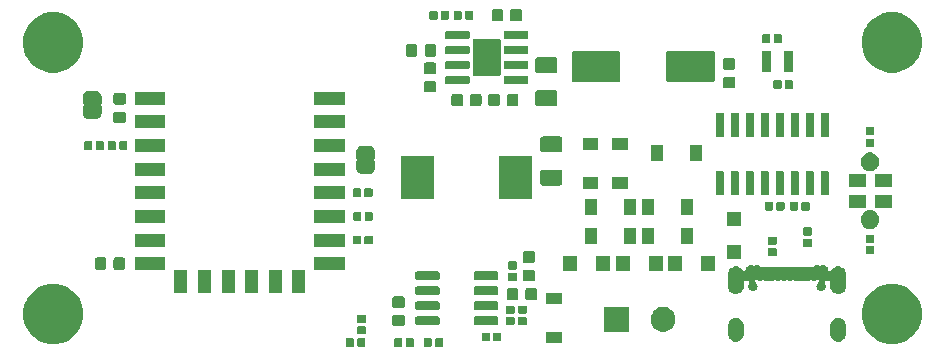
<source format=gts>
G04 #@! TF.GenerationSoftware,KiCad,Pcbnew,5.1.5+dfsg1-2build2*
G04 #@! TF.CreationDate,2023-05-04T15:53:08+02:00*
G04 #@! TF.ProjectId,MBus_to_radio,4d427573-5f74-46f5-9f72-6164696f2e6b,rev?*
G04 #@! TF.SameCoordinates,Original*
G04 #@! TF.FileFunction,Soldermask,Top*
G04 #@! TF.FilePolarity,Negative*
%FSLAX46Y46*%
G04 Gerber Fmt 4.6, Leading zero omitted, Abs format (unit mm)*
G04 Created by KiCad (PCBNEW 5.1.5+dfsg1-2build2) date 2023-05-04 15:53:08*
%MOMM*%
%LPD*%
G04 APERTURE LIST*
%ADD10C,0.100000*%
G04 APERTURE END LIST*
D10*
G36*
X122441938Y-80041716D02*
G01*
X122462557Y-80047971D01*
X122481553Y-80058124D01*
X122498208Y-80071792D01*
X122511876Y-80088447D01*
X122522029Y-80107443D01*
X122528284Y-80128062D01*
X122531000Y-80155640D01*
X122531000Y-80664360D01*
X122528284Y-80691938D01*
X122522029Y-80712557D01*
X122511876Y-80731553D01*
X122498208Y-80748208D01*
X122481553Y-80761876D01*
X122462557Y-80772029D01*
X122441938Y-80778284D01*
X122414360Y-80781000D01*
X121955640Y-80781000D01*
X121928062Y-80778284D01*
X121907443Y-80772029D01*
X121888447Y-80761876D01*
X121871792Y-80748208D01*
X121858124Y-80731553D01*
X121847971Y-80712557D01*
X121841716Y-80691938D01*
X121839000Y-80664360D01*
X121839000Y-80155640D01*
X121841716Y-80128062D01*
X121847971Y-80107443D01*
X121858124Y-80088447D01*
X121871792Y-80071792D01*
X121888447Y-80058124D01*
X121907443Y-80047971D01*
X121928062Y-80041716D01*
X121955640Y-80039000D01*
X122414360Y-80039000D01*
X122441938Y-80041716D01*
G37*
G36*
X123956938Y-80041716D02*
G01*
X123977557Y-80047971D01*
X123996553Y-80058124D01*
X124013208Y-80071792D01*
X124026876Y-80088447D01*
X124037029Y-80107443D01*
X124043284Y-80128062D01*
X124046000Y-80155640D01*
X124046000Y-80664360D01*
X124043284Y-80691938D01*
X124037029Y-80712557D01*
X124026876Y-80731553D01*
X124013208Y-80748208D01*
X123996553Y-80761876D01*
X123977557Y-80772029D01*
X123956938Y-80778284D01*
X123929360Y-80781000D01*
X123470640Y-80781000D01*
X123443062Y-80778284D01*
X123422443Y-80772029D01*
X123403447Y-80761876D01*
X123386792Y-80748208D01*
X123373124Y-80731553D01*
X123362971Y-80712557D01*
X123356716Y-80691938D01*
X123354000Y-80664360D01*
X123354000Y-80155640D01*
X123356716Y-80128062D01*
X123362971Y-80107443D01*
X123373124Y-80088447D01*
X123386792Y-80071792D01*
X123403447Y-80058124D01*
X123422443Y-80047971D01*
X123443062Y-80041716D01*
X123470640Y-80039000D01*
X123929360Y-80039000D01*
X123956938Y-80041716D01*
G37*
G36*
X124926938Y-80041716D02*
G01*
X124947557Y-80047971D01*
X124966553Y-80058124D01*
X124983208Y-80071792D01*
X124996876Y-80088447D01*
X125007029Y-80107443D01*
X125013284Y-80128062D01*
X125016000Y-80155640D01*
X125016000Y-80664360D01*
X125013284Y-80691938D01*
X125007029Y-80712557D01*
X124996876Y-80731553D01*
X124983208Y-80748208D01*
X124966553Y-80761876D01*
X124947557Y-80772029D01*
X124926938Y-80778284D01*
X124899360Y-80781000D01*
X124440640Y-80781000D01*
X124413062Y-80778284D01*
X124392443Y-80772029D01*
X124373447Y-80761876D01*
X124356792Y-80748208D01*
X124343124Y-80731553D01*
X124332971Y-80712557D01*
X124326716Y-80691938D01*
X124324000Y-80664360D01*
X124324000Y-80155640D01*
X124326716Y-80128062D01*
X124332971Y-80107443D01*
X124343124Y-80088447D01*
X124356792Y-80071792D01*
X124373447Y-80058124D01*
X124392443Y-80047971D01*
X124413062Y-80041716D01*
X124440640Y-80039000D01*
X124899360Y-80039000D01*
X124926938Y-80041716D01*
G37*
G36*
X117376938Y-80041716D02*
G01*
X117397557Y-80047971D01*
X117416553Y-80058124D01*
X117433208Y-80071792D01*
X117446876Y-80088447D01*
X117457029Y-80107443D01*
X117463284Y-80128062D01*
X117466000Y-80155640D01*
X117466000Y-80664360D01*
X117463284Y-80691938D01*
X117457029Y-80712557D01*
X117446876Y-80731553D01*
X117433208Y-80748208D01*
X117416553Y-80761876D01*
X117397557Y-80772029D01*
X117376938Y-80778284D01*
X117349360Y-80781000D01*
X116890640Y-80781000D01*
X116863062Y-80778284D01*
X116842443Y-80772029D01*
X116823447Y-80761876D01*
X116806792Y-80748208D01*
X116793124Y-80731553D01*
X116782971Y-80712557D01*
X116776716Y-80691938D01*
X116774000Y-80664360D01*
X116774000Y-80155640D01*
X116776716Y-80128062D01*
X116782971Y-80107443D01*
X116793124Y-80088447D01*
X116806792Y-80071792D01*
X116823447Y-80058124D01*
X116842443Y-80047971D01*
X116863062Y-80041716D01*
X116890640Y-80039000D01*
X117349360Y-80039000D01*
X117376938Y-80041716D01*
G37*
G36*
X121471938Y-80041716D02*
G01*
X121492557Y-80047971D01*
X121511553Y-80058124D01*
X121528208Y-80071792D01*
X121541876Y-80088447D01*
X121552029Y-80107443D01*
X121558284Y-80128062D01*
X121561000Y-80155640D01*
X121561000Y-80664360D01*
X121558284Y-80691938D01*
X121552029Y-80712557D01*
X121541876Y-80731553D01*
X121528208Y-80748208D01*
X121511553Y-80761876D01*
X121492557Y-80772029D01*
X121471938Y-80778284D01*
X121444360Y-80781000D01*
X120985640Y-80781000D01*
X120958062Y-80778284D01*
X120937443Y-80772029D01*
X120918447Y-80761876D01*
X120901792Y-80748208D01*
X120888124Y-80731553D01*
X120877971Y-80712557D01*
X120871716Y-80691938D01*
X120869000Y-80664360D01*
X120869000Y-80155640D01*
X120871716Y-80128062D01*
X120877971Y-80107443D01*
X120888124Y-80088447D01*
X120901792Y-80071792D01*
X120918447Y-80058124D01*
X120937443Y-80047971D01*
X120958062Y-80041716D01*
X120985640Y-80039000D01*
X121444360Y-80039000D01*
X121471938Y-80041716D01*
G37*
G36*
X118346938Y-80041716D02*
G01*
X118367557Y-80047971D01*
X118386553Y-80058124D01*
X118403208Y-80071792D01*
X118416876Y-80088447D01*
X118427029Y-80107443D01*
X118433284Y-80128062D01*
X118436000Y-80155640D01*
X118436000Y-80664360D01*
X118433284Y-80691938D01*
X118427029Y-80712557D01*
X118416876Y-80731553D01*
X118403208Y-80748208D01*
X118386553Y-80761876D01*
X118367557Y-80772029D01*
X118346938Y-80778284D01*
X118319360Y-80781000D01*
X117860640Y-80781000D01*
X117833062Y-80778284D01*
X117812443Y-80772029D01*
X117793447Y-80761876D01*
X117776792Y-80748208D01*
X117763124Y-80731553D01*
X117752971Y-80712557D01*
X117746716Y-80691938D01*
X117744000Y-80664360D01*
X117744000Y-80155640D01*
X117746716Y-80128062D01*
X117752971Y-80107443D01*
X117763124Y-80088447D01*
X117776792Y-80071792D01*
X117793447Y-80058124D01*
X117812443Y-80047971D01*
X117833062Y-80041716D01*
X117860640Y-80039000D01*
X118319360Y-80039000D01*
X118346938Y-80041716D01*
G37*
G36*
X92744098Y-75547033D02*
G01*
X93208350Y-75739332D01*
X93208352Y-75739333D01*
X93626168Y-76018509D01*
X93981491Y-76373832D01*
X94242788Y-76764890D01*
X94260668Y-76791650D01*
X94452967Y-77255902D01*
X94551000Y-77748747D01*
X94551000Y-78251253D01*
X94452967Y-78744098D01*
X94308678Y-79092443D01*
X94260667Y-79208352D01*
X93981491Y-79626168D01*
X93626168Y-79981491D01*
X93208352Y-80260667D01*
X93208351Y-80260668D01*
X93208350Y-80260668D01*
X92744098Y-80452967D01*
X92251253Y-80551000D01*
X91748747Y-80551000D01*
X91255902Y-80452967D01*
X90791650Y-80260668D01*
X90791649Y-80260668D01*
X90791648Y-80260667D01*
X90373832Y-79981491D01*
X90018509Y-79626168D01*
X89739333Y-79208352D01*
X89691322Y-79092443D01*
X89547033Y-78744098D01*
X89449000Y-78251253D01*
X89449000Y-77748747D01*
X89547033Y-77255902D01*
X89739332Y-76791650D01*
X89757212Y-76764890D01*
X90018509Y-76373832D01*
X90373832Y-76018509D01*
X90791648Y-75739333D01*
X90791650Y-75739332D01*
X91255902Y-75547033D01*
X91748747Y-75449000D01*
X92251253Y-75449000D01*
X92744098Y-75547033D01*
G37*
G36*
X163744098Y-75547033D02*
G01*
X164208350Y-75739332D01*
X164208352Y-75739333D01*
X164626168Y-76018509D01*
X164981491Y-76373832D01*
X165242788Y-76764890D01*
X165260668Y-76791650D01*
X165452967Y-77255902D01*
X165551000Y-77748747D01*
X165551000Y-78251253D01*
X165452967Y-78744098D01*
X165308678Y-79092443D01*
X165260667Y-79208352D01*
X164981491Y-79626168D01*
X164626168Y-79981491D01*
X164208352Y-80260667D01*
X164208351Y-80260668D01*
X164208350Y-80260668D01*
X163744098Y-80452967D01*
X163251253Y-80551000D01*
X162748747Y-80551000D01*
X162255902Y-80452967D01*
X161791650Y-80260668D01*
X161791649Y-80260668D01*
X161791648Y-80260667D01*
X161373832Y-79981491D01*
X161018509Y-79626168D01*
X160739333Y-79208352D01*
X160691322Y-79092443D01*
X160547033Y-78744098D01*
X160449000Y-78251253D01*
X160449000Y-77748747D01*
X160547033Y-77255902D01*
X160739332Y-76791650D01*
X160757212Y-76764890D01*
X161018509Y-76373832D01*
X161373832Y-76018509D01*
X161791648Y-75739333D01*
X161791650Y-75739332D01*
X162255902Y-75547033D01*
X162748747Y-75449000D01*
X163251253Y-75449000D01*
X163744098Y-75547033D01*
G37*
G36*
X135051000Y-80481000D02*
G01*
X133749000Y-80481000D01*
X133749000Y-79479000D01*
X135051000Y-79479000D01*
X135051000Y-80481000D01*
G37*
G36*
X149929578Y-78318564D02*
G01*
X150054177Y-78356361D01*
X150169008Y-78417740D01*
X150269659Y-78500341D01*
X150352260Y-78600991D01*
X150413639Y-78715822D01*
X150451436Y-78840421D01*
X150455979Y-78886553D01*
X150461000Y-78937528D01*
X150461000Y-79712472D01*
X150460431Y-79718249D01*
X150451436Y-79809579D01*
X150413639Y-79934178D01*
X150352260Y-80049009D01*
X150269659Y-80149659D01*
X150169009Y-80232260D01*
X150054178Y-80293639D01*
X149929579Y-80331436D01*
X149800000Y-80344198D01*
X149670422Y-80331436D01*
X149545823Y-80293639D01*
X149430992Y-80232260D01*
X149330342Y-80149659D01*
X149247741Y-80049009D01*
X149225047Y-80006552D01*
X149186360Y-79934175D01*
X149148564Y-79809580D01*
X149139000Y-79712472D01*
X149139000Y-78937529D01*
X149142737Y-78899591D01*
X149148564Y-78840422D01*
X149186361Y-78715823D01*
X149247740Y-78600992D01*
X149330341Y-78500341D01*
X149430991Y-78417740D01*
X149545822Y-78356361D01*
X149670421Y-78318564D01*
X149800000Y-78305802D01*
X149929578Y-78318564D01*
G37*
G36*
X158579578Y-78318564D02*
G01*
X158704177Y-78356361D01*
X158819008Y-78417740D01*
X158919659Y-78500341D01*
X159002260Y-78600991D01*
X159063639Y-78715822D01*
X159101436Y-78840421D01*
X159105979Y-78886553D01*
X159111000Y-78937528D01*
X159111000Y-79712472D01*
X159110431Y-79718249D01*
X159101436Y-79809579D01*
X159063639Y-79934178D01*
X159002260Y-80049009D01*
X158919659Y-80149659D01*
X158819009Y-80232260D01*
X158704178Y-80293639D01*
X158579579Y-80331436D01*
X158450000Y-80344198D01*
X158320422Y-80331436D01*
X158195823Y-80293639D01*
X158080992Y-80232260D01*
X157980342Y-80149659D01*
X157897741Y-80049009D01*
X157875047Y-80006552D01*
X157836360Y-79934175D01*
X157798564Y-79809580D01*
X157789000Y-79712472D01*
X157789000Y-78937529D01*
X157792737Y-78899591D01*
X157798564Y-78840422D01*
X157836361Y-78715823D01*
X157897740Y-78600992D01*
X157980341Y-78500341D01*
X158080991Y-78417740D01*
X158195822Y-78356361D01*
X158320421Y-78318564D01*
X158450000Y-78305802D01*
X158579578Y-78318564D01*
G37*
G36*
X128886938Y-79581716D02*
G01*
X128907557Y-79587971D01*
X128926553Y-79598124D01*
X128943208Y-79611792D01*
X128956876Y-79628447D01*
X128967029Y-79647443D01*
X128973284Y-79668062D01*
X128976000Y-79695640D01*
X128976000Y-80204360D01*
X128973284Y-80231938D01*
X128967029Y-80252557D01*
X128956876Y-80271553D01*
X128943208Y-80288208D01*
X128926553Y-80301876D01*
X128907557Y-80312029D01*
X128886938Y-80318284D01*
X128859360Y-80321000D01*
X128400640Y-80321000D01*
X128373062Y-80318284D01*
X128352443Y-80312029D01*
X128333447Y-80301876D01*
X128316792Y-80288208D01*
X128303124Y-80271553D01*
X128292971Y-80252557D01*
X128286716Y-80231938D01*
X128284000Y-80204360D01*
X128284000Y-79695640D01*
X128286716Y-79668062D01*
X128292971Y-79647443D01*
X128303124Y-79628447D01*
X128316792Y-79611792D01*
X128333447Y-79598124D01*
X128352443Y-79587971D01*
X128373062Y-79581716D01*
X128400640Y-79579000D01*
X128859360Y-79579000D01*
X128886938Y-79581716D01*
G37*
G36*
X129856938Y-79581716D02*
G01*
X129877557Y-79587971D01*
X129896553Y-79598124D01*
X129913208Y-79611792D01*
X129926876Y-79628447D01*
X129937029Y-79647443D01*
X129943284Y-79668062D01*
X129946000Y-79695640D01*
X129946000Y-80204360D01*
X129943284Y-80231938D01*
X129937029Y-80252557D01*
X129926876Y-80271553D01*
X129913208Y-80288208D01*
X129896553Y-80301876D01*
X129877557Y-80312029D01*
X129856938Y-80318284D01*
X129829360Y-80321000D01*
X129370640Y-80321000D01*
X129343062Y-80318284D01*
X129322443Y-80312029D01*
X129303447Y-80301876D01*
X129286792Y-80288208D01*
X129273124Y-80271553D01*
X129262971Y-80252557D01*
X129256716Y-80231938D01*
X129254000Y-80204360D01*
X129254000Y-79695640D01*
X129256716Y-79668062D01*
X129262971Y-79647443D01*
X129273124Y-79628447D01*
X129286792Y-79611792D01*
X129303447Y-79598124D01*
X129322443Y-79587971D01*
X129343062Y-79581716D01*
X129370640Y-79579000D01*
X129829360Y-79579000D01*
X129856938Y-79581716D01*
G37*
G36*
X118371938Y-79026716D02*
G01*
X118392557Y-79032971D01*
X118411553Y-79043124D01*
X118428208Y-79056792D01*
X118441876Y-79073447D01*
X118452029Y-79092443D01*
X118458284Y-79113062D01*
X118461000Y-79140640D01*
X118461000Y-79599360D01*
X118458284Y-79626938D01*
X118452029Y-79647557D01*
X118441876Y-79666553D01*
X118428208Y-79683208D01*
X118411553Y-79696876D01*
X118392557Y-79707029D01*
X118371938Y-79713284D01*
X118344360Y-79716000D01*
X117835640Y-79716000D01*
X117808062Y-79713284D01*
X117787443Y-79707029D01*
X117768447Y-79696876D01*
X117751792Y-79683208D01*
X117738124Y-79666553D01*
X117727971Y-79647557D01*
X117721716Y-79626938D01*
X117719000Y-79599360D01*
X117719000Y-79140640D01*
X117721716Y-79113062D01*
X117727971Y-79092443D01*
X117738124Y-79073447D01*
X117751792Y-79056792D01*
X117768447Y-79043124D01*
X117787443Y-79032971D01*
X117808062Y-79026716D01*
X117835640Y-79024000D01*
X118344360Y-79024000D01*
X118371938Y-79026716D01*
G37*
G36*
X140721000Y-79501000D02*
G01*
X138619000Y-79501000D01*
X138619000Y-77399000D01*
X140721000Y-77399000D01*
X140721000Y-79501000D01*
G37*
G36*
X143936564Y-77439389D02*
G01*
X144123596Y-77516860D01*
X144127835Y-77518616D01*
X144299973Y-77633635D01*
X144446365Y-77780027D01*
X144519255Y-77889114D01*
X144561385Y-77952167D01*
X144640611Y-78143436D01*
X144681000Y-78346484D01*
X144681000Y-78553516D01*
X144640611Y-78756564D01*
X144561385Y-78947833D01*
X144561384Y-78947835D01*
X144446365Y-79119973D01*
X144299973Y-79266365D01*
X144127835Y-79381384D01*
X144127834Y-79381385D01*
X144127833Y-79381385D01*
X143936564Y-79460611D01*
X143733516Y-79501000D01*
X143526484Y-79501000D01*
X143323436Y-79460611D01*
X143132167Y-79381385D01*
X143132166Y-79381385D01*
X143132165Y-79381384D01*
X142960027Y-79266365D01*
X142813635Y-79119973D01*
X142698616Y-78947835D01*
X142698615Y-78947833D01*
X142619389Y-78756564D01*
X142579000Y-78553516D01*
X142579000Y-78346484D01*
X142619389Y-78143436D01*
X142698615Y-77952167D01*
X142740746Y-77889114D01*
X142813635Y-77780027D01*
X142960027Y-77633635D01*
X143132165Y-77518616D01*
X143136404Y-77516860D01*
X143323436Y-77439389D01*
X143526484Y-77399000D01*
X143733516Y-77399000D01*
X143936564Y-77439389D01*
G37*
G36*
X121609591Y-78073085D02*
G01*
X121643569Y-78083393D01*
X121674890Y-78100134D01*
X121702339Y-78122661D01*
X121724866Y-78150110D01*
X121741607Y-78181431D01*
X121751915Y-78215409D01*
X121756000Y-78256890D01*
X121756000Y-78858110D01*
X121751915Y-78899591D01*
X121741607Y-78933569D01*
X121724866Y-78964890D01*
X121702339Y-78992339D01*
X121674890Y-79014866D01*
X121643569Y-79031607D01*
X121609591Y-79041915D01*
X121568110Y-79046000D01*
X120891890Y-79046000D01*
X120850409Y-79041915D01*
X120816431Y-79031607D01*
X120785110Y-79014866D01*
X120757661Y-78992339D01*
X120735134Y-78964890D01*
X120718393Y-78933569D01*
X120708085Y-78899591D01*
X120704000Y-78858110D01*
X120704000Y-78256890D01*
X120708085Y-78215409D01*
X120718393Y-78181431D01*
X120735134Y-78150110D01*
X120757661Y-78122661D01*
X120785110Y-78100134D01*
X120816431Y-78083393D01*
X120850409Y-78073085D01*
X120891890Y-78069000D01*
X121568110Y-78069000D01*
X121609591Y-78073085D01*
G37*
G36*
X132011938Y-78246716D02*
G01*
X132032557Y-78252971D01*
X132051553Y-78263124D01*
X132068208Y-78276792D01*
X132081876Y-78293447D01*
X132092029Y-78312443D01*
X132098284Y-78333062D01*
X132101000Y-78360640D01*
X132101000Y-78819360D01*
X132098284Y-78846938D01*
X132092029Y-78867557D01*
X132081876Y-78886553D01*
X132068208Y-78903208D01*
X132051553Y-78916876D01*
X132032557Y-78927029D01*
X132011938Y-78933284D01*
X131984360Y-78936000D01*
X131475640Y-78936000D01*
X131448062Y-78933284D01*
X131427443Y-78927029D01*
X131408447Y-78916876D01*
X131391792Y-78903208D01*
X131378124Y-78886553D01*
X131367971Y-78867557D01*
X131361716Y-78846938D01*
X131359000Y-78819360D01*
X131359000Y-78360640D01*
X131361716Y-78333062D01*
X131367971Y-78312443D01*
X131378124Y-78293447D01*
X131391792Y-78276792D01*
X131408447Y-78263124D01*
X131427443Y-78252971D01*
X131448062Y-78246716D01*
X131475640Y-78244000D01*
X131984360Y-78244000D01*
X132011938Y-78246716D01*
G37*
G36*
X130971938Y-78246716D02*
G01*
X130992557Y-78252971D01*
X131011553Y-78263124D01*
X131028208Y-78276792D01*
X131041876Y-78293447D01*
X131052029Y-78312443D01*
X131058284Y-78333062D01*
X131061000Y-78360640D01*
X131061000Y-78819360D01*
X131058284Y-78846938D01*
X131052029Y-78867557D01*
X131041876Y-78886553D01*
X131028208Y-78903208D01*
X131011553Y-78916876D01*
X130992557Y-78927029D01*
X130971938Y-78933284D01*
X130944360Y-78936000D01*
X130435640Y-78936000D01*
X130408062Y-78933284D01*
X130387443Y-78927029D01*
X130368447Y-78916876D01*
X130351792Y-78903208D01*
X130338124Y-78886553D01*
X130327971Y-78867557D01*
X130321716Y-78846938D01*
X130319000Y-78819360D01*
X130319000Y-78360640D01*
X130321716Y-78333062D01*
X130327971Y-78312443D01*
X130338124Y-78293447D01*
X130351792Y-78276792D01*
X130368447Y-78263124D01*
X130387443Y-78252971D01*
X130408062Y-78246716D01*
X130435640Y-78244000D01*
X130944360Y-78244000D01*
X130971938Y-78246716D01*
G37*
G36*
X129569928Y-78206764D02*
G01*
X129591009Y-78213160D01*
X129610445Y-78223548D01*
X129627476Y-78237524D01*
X129641452Y-78254555D01*
X129651840Y-78273991D01*
X129658236Y-78295072D01*
X129661000Y-78323140D01*
X129661000Y-78786860D01*
X129658236Y-78814928D01*
X129651840Y-78836009D01*
X129641452Y-78855445D01*
X129627476Y-78872476D01*
X129610445Y-78886452D01*
X129591009Y-78896840D01*
X129569928Y-78903236D01*
X129541860Y-78906000D01*
X127728140Y-78906000D01*
X127700072Y-78903236D01*
X127678991Y-78896840D01*
X127659555Y-78886452D01*
X127642524Y-78872476D01*
X127628548Y-78855445D01*
X127618160Y-78836009D01*
X127611764Y-78814928D01*
X127609000Y-78786860D01*
X127609000Y-78323140D01*
X127611764Y-78295072D01*
X127618160Y-78273991D01*
X127628548Y-78254555D01*
X127642524Y-78237524D01*
X127659555Y-78223548D01*
X127678991Y-78213160D01*
X127700072Y-78206764D01*
X127728140Y-78204000D01*
X129541860Y-78204000D01*
X129569928Y-78206764D01*
G37*
G36*
X124619928Y-78206764D02*
G01*
X124641009Y-78213160D01*
X124660445Y-78223548D01*
X124677476Y-78237524D01*
X124691452Y-78254555D01*
X124701840Y-78273991D01*
X124708236Y-78295072D01*
X124711000Y-78323140D01*
X124711000Y-78786860D01*
X124708236Y-78814928D01*
X124701840Y-78836009D01*
X124691452Y-78855445D01*
X124677476Y-78872476D01*
X124660445Y-78886452D01*
X124641009Y-78896840D01*
X124619928Y-78903236D01*
X124591860Y-78906000D01*
X122778140Y-78906000D01*
X122750072Y-78903236D01*
X122728991Y-78896840D01*
X122709555Y-78886452D01*
X122692524Y-78872476D01*
X122678548Y-78855445D01*
X122668160Y-78836009D01*
X122661764Y-78814928D01*
X122659000Y-78786860D01*
X122659000Y-78323140D01*
X122661764Y-78295072D01*
X122668160Y-78273991D01*
X122678548Y-78254555D01*
X122692524Y-78237524D01*
X122709555Y-78223548D01*
X122728991Y-78213160D01*
X122750072Y-78206764D01*
X122778140Y-78204000D01*
X124591860Y-78204000D01*
X124619928Y-78206764D01*
G37*
G36*
X118371938Y-78056716D02*
G01*
X118392557Y-78062971D01*
X118411553Y-78073124D01*
X118428208Y-78086792D01*
X118441876Y-78103447D01*
X118452029Y-78122443D01*
X118458284Y-78143062D01*
X118461000Y-78170640D01*
X118461000Y-78629360D01*
X118458284Y-78656938D01*
X118452029Y-78677557D01*
X118441876Y-78696553D01*
X118428208Y-78713208D01*
X118411553Y-78726876D01*
X118392557Y-78737029D01*
X118371938Y-78743284D01*
X118344360Y-78746000D01*
X117835640Y-78746000D01*
X117808062Y-78743284D01*
X117787443Y-78737029D01*
X117768447Y-78726876D01*
X117751792Y-78713208D01*
X117738124Y-78696553D01*
X117727971Y-78677557D01*
X117721716Y-78656938D01*
X117719000Y-78629360D01*
X117719000Y-78170640D01*
X117721716Y-78143062D01*
X117727971Y-78122443D01*
X117738124Y-78103447D01*
X117751792Y-78086792D01*
X117768447Y-78073124D01*
X117787443Y-78062971D01*
X117808062Y-78056716D01*
X117835640Y-78054000D01*
X118344360Y-78054000D01*
X118371938Y-78056716D01*
G37*
G36*
X130971938Y-77276716D02*
G01*
X130992557Y-77282971D01*
X131011553Y-77293124D01*
X131028208Y-77306792D01*
X131041876Y-77323447D01*
X131052029Y-77342443D01*
X131058284Y-77363062D01*
X131061000Y-77390640D01*
X131061000Y-77849360D01*
X131058284Y-77876938D01*
X131052029Y-77897557D01*
X131041876Y-77916553D01*
X131028208Y-77933208D01*
X131011553Y-77946876D01*
X130992557Y-77957029D01*
X130971938Y-77963284D01*
X130944360Y-77966000D01*
X130435640Y-77966000D01*
X130408062Y-77963284D01*
X130387443Y-77957029D01*
X130368447Y-77946876D01*
X130351792Y-77933208D01*
X130338124Y-77916553D01*
X130327971Y-77897557D01*
X130321716Y-77876938D01*
X130319000Y-77849360D01*
X130319000Y-77390640D01*
X130321716Y-77363062D01*
X130327971Y-77342443D01*
X130338124Y-77323447D01*
X130351792Y-77306792D01*
X130368447Y-77293124D01*
X130387443Y-77282971D01*
X130408062Y-77276716D01*
X130435640Y-77274000D01*
X130944360Y-77274000D01*
X130971938Y-77276716D01*
G37*
G36*
X132011938Y-77276716D02*
G01*
X132032557Y-77282971D01*
X132051553Y-77293124D01*
X132068208Y-77306792D01*
X132081876Y-77323447D01*
X132092029Y-77342443D01*
X132098284Y-77363062D01*
X132101000Y-77390640D01*
X132101000Y-77849360D01*
X132098284Y-77876938D01*
X132092029Y-77897557D01*
X132081876Y-77916553D01*
X132068208Y-77933208D01*
X132051553Y-77946876D01*
X132032557Y-77957029D01*
X132011938Y-77963284D01*
X131984360Y-77966000D01*
X131475640Y-77966000D01*
X131448062Y-77963284D01*
X131427443Y-77957029D01*
X131408447Y-77946876D01*
X131391792Y-77933208D01*
X131378124Y-77916553D01*
X131367971Y-77897557D01*
X131361716Y-77876938D01*
X131359000Y-77849360D01*
X131359000Y-77390640D01*
X131361716Y-77363062D01*
X131367971Y-77342443D01*
X131378124Y-77323447D01*
X131391792Y-77306792D01*
X131408447Y-77293124D01*
X131427443Y-77282971D01*
X131448062Y-77276716D01*
X131475640Y-77274000D01*
X131984360Y-77274000D01*
X132011938Y-77276716D01*
G37*
G36*
X129569928Y-76936764D02*
G01*
X129591009Y-76943160D01*
X129610445Y-76953548D01*
X129627476Y-76967524D01*
X129641452Y-76984555D01*
X129651840Y-77003991D01*
X129658236Y-77025072D01*
X129661000Y-77053140D01*
X129661000Y-77516860D01*
X129658236Y-77544928D01*
X129651840Y-77566009D01*
X129641452Y-77585445D01*
X129627476Y-77602476D01*
X129610445Y-77616452D01*
X129591009Y-77626840D01*
X129569928Y-77633236D01*
X129541860Y-77636000D01*
X127728140Y-77636000D01*
X127700072Y-77633236D01*
X127678991Y-77626840D01*
X127659555Y-77616452D01*
X127642524Y-77602476D01*
X127628548Y-77585445D01*
X127618160Y-77566009D01*
X127611764Y-77544928D01*
X127609000Y-77516860D01*
X127609000Y-77053140D01*
X127611764Y-77025072D01*
X127618160Y-77003991D01*
X127628548Y-76984555D01*
X127642524Y-76967524D01*
X127659555Y-76953548D01*
X127678991Y-76943160D01*
X127700072Y-76936764D01*
X127728140Y-76934000D01*
X129541860Y-76934000D01*
X129569928Y-76936764D01*
G37*
G36*
X124619928Y-76936764D02*
G01*
X124641009Y-76943160D01*
X124660445Y-76953548D01*
X124677476Y-76967524D01*
X124691452Y-76984555D01*
X124701840Y-77003991D01*
X124708236Y-77025072D01*
X124711000Y-77053140D01*
X124711000Y-77516860D01*
X124708236Y-77544928D01*
X124701840Y-77566009D01*
X124691452Y-77585445D01*
X124677476Y-77602476D01*
X124660445Y-77616452D01*
X124641009Y-77626840D01*
X124619928Y-77633236D01*
X124591860Y-77636000D01*
X122778140Y-77636000D01*
X122750072Y-77633236D01*
X122728991Y-77626840D01*
X122709555Y-77616452D01*
X122692524Y-77602476D01*
X122678548Y-77585445D01*
X122668160Y-77566009D01*
X122661764Y-77544928D01*
X122659000Y-77516860D01*
X122659000Y-77053140D01*
X122661764Y-77025072D01*
X122668160Y-77003991D01*
X122678548Y-76984555D01*
X122692524Y-76967524D01*
X122709555Y-76953548D01*
X122728991Y-76943160D01*
X122750072Y-76936764D01*
X122778140Y-76934000D01*
X124591860Y-76934000D01*
X124619928Y-76936764D01*
G37*
G36*
X121609591Y-76498085D02*
G01*
X121643569Y-76508393D01*
X121674890Y-76525134D01*
X121702339Y-76547661D01*
X121724866Y-76575110D01*
X121741607Y-76606431D01*
X121751915Y-76640409D01*
X121756000Y-76681890D01*
X121756000Y-77283110D01*
X121751915Y-77324591D01*
X121741607Y-77358569D01*
X121724866Y-77389890D01*
X121702339Y-77417339D01*
X121674890Y-77439866D01*
X121643569Y-77456607D01*
X121609591Y-77466915D01*
X121568110Y-77471000D01*
X120891890Y-77471000D01*
X120850409Y-77466915D01*
X120816431Y-77456607D01*
X120785110Y-77439866D01*
X120757661Y-77417339D01*
X120735134Y-77389890D01*
X120718393Y-77358569D01*
X120708085Y-77324591D01*
X120704000Y-77283110D01*
X120704000Y-76681890D01*
X120708085Y-76640409D01*
X120718393Y-76606431D01*
X120735134Y-76575110D01*
X120757661Y-76547661D01*
X120785110Y-76525134D01*
X120816431Y-76508393D01*
X120850409Y-76498085D01*
X120891890Y-76494000D01*
X121568110Y-76494000D01*
X121609591Y-76498085D01*
G37*
G36*
X135051000Y-77181000D02*
G01*
X133749000Y-77181000D01*
X133749000Y-76179000D01*
X135051000Y-76179000D01*
X135051000Y-77181000D01*
G37*
G36*
X131232091Y-75798085D02*
G01*
X131266069Y-75808393D01*
X131297390Y-75825134D01*
X131324839Y-75847661D01*
X131347366Y-75875110D01*
X131364107Y-75906431D01*
X131374415Y-75940409D01*
X131378500Y-75981890D01*
X131378500Y-76658110D01*
X131374415Y-76699591D01*
X131364107Y-76733569D01*
X131347366Y-76764890D01*
X131324839Y-76792339D01*
X131297390Y-76814866D01*
X131266069Y-76831607D01*
X131232091Y-76841915D01*
X131190610Y-76846000D01*
X130589390Y-76846000D01*
X130547909Y-76841915D01*
X130513931Y-76831607D01*
X130482610Y-76814866D01*
X130455161Y-76792339D01*
X130432634Y-76764890D01*
X130415893Y-76733569D01*
X130405585Y-76699591D01*
X130401500Y-76658110D01*
X130401500Y-75981890D01*
X130405585Y-75940409D01*
X130415893Y-75906431D01*
X130432634Y-75875110D01*
X130455161Y-75847661D01*
X130482610Y-75825134D01*
X130513931Y-75808393D01*
X130547909Y-75798085D01*
X130589390Y-75794000D01*
X131190610Y-75794000D01*
X131232091Y-75798085D01*
G37*
G36*
X132807091Y-75798085D02*
G01*
X132841069Y-75808393D01*
X132872390Y-75825134D01*
X132899839Y-75847661D01*
X132922366Y-75875110D01*
X132939107Y-75906431D01*
X132949415Y-75940409D01*
X132953500Y-75981890D01*
X132953500Y-76658110D01*
X132949415Y-76699591D01*
X132939107Y-76733569D01*
X132922366Y-76764890D01*
X132899839Y-76792339D01*
X132872390Y-76814866D01*
X132841069Y-76831607D01*
X132807091Y-76841915D01*
X132765610Y-76846000D01*
X132164390Y-76846000D01*
X132122909Y-76841915D01*
X132088931Y-76831607D01*
X132057610Y-76814866D01*
X132030161Y-76792339D01*
X132007634Y-76764890D01*
X131990893Y-76733569D01*
X131980585Y-76699591D01*
X131976500Y-76658110D01*
X131976500Y-75981890D01*
X131980585Y-75940409D01*
X131990893Y-75906431D01*
X132007634Y-75875110D01*
X132030161Y-75847661D01*
X132057610Y-75825134D01*
X132088931Y-75808393D01*
X132122909Y-75798085D01*
X132164390Y-75794000D01*
X132765610Y-75794000D01*
X132807091Y-75798085D01*
G37*
G36*
X129569928Y-75666764D02*
G01*
X129591009Y-75673160D01*
X129610445Y-75683548D01*
X129627476Y-75697524D01*
X129641452Y-75714555D01*
X129651840Y-75733991D01*
X129658236Y-75755072D01*
X129661000Y-75783140D01*
X129661000Y-76246860D01*
X129658236Y-76274928D01*
X129651840Y-76296009D01*
X129641452Y-76315445D01*
X129627476Y-76332476D01*
X129610445Y-76346452D01*
X129591009Y-76356840D01*
X129569928Y-76363236D01*
X129541860Y-76366000D01*
X127728140Y-76366000D01*
X127700072Y-76363236D01*
X127678991Y-76356840D01*
X127659555Y-76346452D01*
X127642524Y-76332476D01*
X127628548Y-76315445D01*
X127618160Y-76296009D01*
X127611764Y-76274928D01*
X127609000Y-76246860D01*
X127609000Y-75783140D01*
X127611764Y-75755072D01*
X127618160Y-75733991D01*
X127628548Y-75714555D01*
X127642524Y-75697524D01*
X127659555Y-75683548D01*
X127678991Y-75673160D01*
X127700072Y-75666764D01*
X127728140Y-75664000D01*
X129541860Y-75664000D01*
X129569928Y-75666764D01*
G37*
G36*
X124619928Y-75666764D02*
G01*
X124641009Y-75673160D01*
X124660445Y-75683548D01*
X124677476Y-75697524D01*
X124691452Y-75714555D01*
X124701840Y-75733991D01*
X124708236Y-75755072D01*
X124711000Y-75783140D01*
X124711000Y-76246860D01*
X124708236Y-76274928D01*
X124701840Y-76296009D01*
X124691452Y-76315445D01*
X124677476Y-76332476D01*
X124660445Y-76346452D01*
X124641009Y-76356840D01*
X124619928Y-76363236D01*
X124591860Y-76366000D01*
X122778140Y-76366000D01*
X122750072Y-76363236D01*
X122728991Y-76356840D01*
X122709555Y-76346452D01*
X122692524Y-76332476D01*
X122678548Y-76315445D01*
X122668160Y-76296009D01*
X122661764Y-76274928D01*
X122659000Y-76246860D01*
X122659000Y-75783140D01*
X122661764Y-75755072D01*
X122668160Y-75733991D01*
X122678548Y-75714555D01*
X122692524Y-75697524D01*
X122709555Y-75683548D01*
X122728991Y-75673160D01*
X122750072Y-75666764D01*
X122778140Y-75664000D01*
X124591860Y-75664000D01*
X124619928Y-75666764D01*
G37*
G36*
X151205355Y-73875083D02*
G01*
X151210029Y-73876501D01*
X151214331Y-73878800D01*
X151218104Y-73881897D01*
X151228374Y-73894411D01*
X151245701Y-73911738D01*
X151266075Y-73925352D01*
X151288714Y-73934729D01*
X151312747Y-73939510D01*
X151337251Y-73939510D01*
X151361285Y-73934730D01*
X151383924Y-73925353D01*
X151404298Y-73911739D01*
X151421626Y-73894411D01*
X151431896Y-73881897D01*
X151435669Y-73878800D01*
X151439971Y-73876501D01*
X151444645Y-73875083D01*
X151455641Y-73874000D01*
X151744359Y-73874000D01*
X151755355Y-73875083D01*
X151760029Y-73876501D01*
X151764331Y-73878800D01*
X151768104Y-73881896D01*
X151771200Y-73885669D01*
X151775809Y-73894292D01*
X151781456Y-73907926D01*
X151795070Y-73928300D01*
X151812397Y-73945627D01*
X151832772Y-73959241D01*
X151855411Y-73968618D01*
X151891695Y-73974000D01*
X151994359Y-73974000D01*
X152005355Y-73975083D01*
X152010029Y-73976501D01*
X152014331Y-73978800D01*
X152020818Y-73984124D01*
X152033198Y-73996504D01*
X152053572Y-74010119D01*
X152076210Y-74019497D01*
X152100243Y-74024279D01*
X152124747Y-74024280D01*
X152148781Y-74019500D01*
X152171420Y-74010124D01*
X152191795Y-73996511D01*
X152204182Y-73984124D01*
X152210669Y-73978800D01*
X152214971Y-73976501D01*
X152219645Y-73975083D01*
X152230641Y-73974000D01*
X152519359Y-73974000D01*
X152530355Y-73975083D01*
X152535029Y-73976501D01*
X152539330Y-73978800D01*
X152545702Y-73984029D01*
X152566076Y-73997643D01*
X152588715Y-74007020D01*
X152612749Y-74011800D01*
X152637253Y-74011800D01*
X152661286Y-74007019D01*
X152683925Y-73997642D01*
X152704298Y-73984029D01*
X152710670Y-73978800D01*
X152714971Y-73976501D01*
X152719645Y-73975083D01*
X152730641Y-73974000D01*
X153019359Y-73974000D01*
X153030355Y-73975083D01*
X153035029Y-73976501D01*
X153039330Y-73978800D01*
X153045702Y-73984029D01*
X153066076Y-73997643D01*
X153088715Y-74007020D01*
X153112749Y-74011800D01*
X153137253Y-74011800D01*
X153161286Y-74007019D01*
X153183925Y-73997642D01*
X153204298Y-73984029D01*
X153210670Y-73978800D01*
X153214971Y-73976501D01*
X153219645Y-73975083D01*
X153230641Y-73974000D01*
X153519359Y-73974000D01*
X153530355Y-73975083D01*
X153535029Y-73976501D01*
X153539330Y-73978800D01*
X153545702Y-73984029D01*
X153566076Y-73997643D01*
X153588715Y-74007020D01*
X153612749Y-74011800D01*
X153637253Y-74011800D01*
X153661286Y-74007019D01*
X153683925Y-73997642D01*
X153704298Y-73984029D01*
X153710670Y-73978800D01*
X153714971Y-73976501D01*
X153719645Y-73975083D01*
X153730641Y-73974000D01*
X154019359Y-73974000D01*
X154030355Y-73975083D01*
X154035029Y-73976501D01*
X154039330Y-73978800D01*
X154045702Y-73984029D01*
X154066076Y-73997643D01*
X154088715Y-74007020D01*
X154112749Y-74011800D01*
X154137253Y-74011800D01*
X154161286Y-74007019D01*
X154183925Y-73997642D01*
X154204298Y-73984029D01*
X154210670Y-73978800D01*
X154214971Y-73976501D01*
X154219645Y-73975083D01*
X154230641Y-73974000D01*
X154519359Y-73974000D01*
X154530355Y-73975083D01*
X154535029Y-73976501D01*
X154539330Y-73978800D01*
X154545702Y-73984029D01*
X154566076Y-73997643D01*
X154588715Y-74007020D01*
X154612749Y-74011800D01*
X154637253Y-74011800D01*
X154661286Y-74007019D01*
X154683925Y-73997642D01*
X154704298Y-73984029D01*
X154710670Y-73978800D01*
X154714971Y-73976501D01*
X154719645Y-73975083D01*
X154730641Y-73974000D01*
X155019359Y-73974000D01*
X155030355Y-73975083D01*
X155035029Y-73976501D01*
X155039330Y-73978800D01*
X155045702Y-73984029D01*
X155066076Y-73997643D01*
X155088715Y-74007020D01*
X155112749Y-74011800D01*
X155137253Y-74011800D01*
X155161286Y-74007019D01*
X155183925Y-73997642D01*
X155204298Y-73984029D01*
X155210670Y-73978800D01*
X155214971Y-73976501D01*
X155219645Y-73975083D01*
X155230641Y-73974000D01*
X155519359Y-73974000D01*
X155530355Y-73975083D01*
X155535029Y-73976501D01*
X155539330Y-73978800D01*
X155545702Y-73984029D01*
X155566076Y-73997643D01*
X155588715Y-74007020D01*
X155612749Y-74011800D01*
X155637253Y-74011800D01*
X155661286Y-74007019D01*
X155683925Y-73997642D01*
X155704298Y-73984029D01*
X155710670Y-73978800D01*
X155714971Y-73976501D01*
X155719645Y-73975083D01*
X155730641Y-73974000D01*
X156019359Y-73974000D01*
X156030355Y-73975083D01*
X156035029Y-73976501D01*
X156039331Y-73978800D01*
X156045818Y-73984124D01*
X156058198Y-73996504D01*
X156078572Y-74010119D01*
X156101210Y-74019497D01*
X156125243Y-74024279D01*
X156149747Y-74024280D01*
X156173781Y-74019500D01*
X156196420Y-74010124D01*
X156216795Y-73996511D01*
X156229182Y-73984124D01*
X156235669Y-73978800D01*
X156239971Y-73976501D01*
X156244645Y-73975083D01*
X156255641Y-73974000D01*
X156358305Y-73974000D01*
X156382691Y-73971598D01*
X156406140Y-73964485D01*
X156427751Y-73952934D01*
X156446693Y-73937389D01*
X156462238Y-73918447D01*
X156470595Y-73900777D01*
X156470696Y-73900831D01*
X156478800Y-73885669D01*
X156481896Y-73881896D01*
X156485669Y-73878800D01*
X156489971Y-73876501D01*
X156494645Y-73875083D01*
X156505641Y-73874000D01*
X156794359Y-73874000D01*
X156805355Y-73875083D01*
X156810029Y-73876501D01*
X156814331Y-73878800D01*
X156818104Y-73881897D01*
X156828374Y-73894411D01*
X156845701Y-73911738D01*
X156866075Y-73925352D01*
X156888714Y-73934729D01*
X156912747Y-73939510D01*
X156937251Y-73939510D01*
X156961285Y-73934730D01*
X156983924Y-73925353D01*
X157004298Y-73911739D01*
X157021626Y-73894411D01*
X157031896Y-73881897D01*
X157035669Y-73878800D01*
X157039971Y-73876501D01*
X157044645Y-73875083D01*
X157055641Y-73874000D01*
X157344359Y-73874000D01*
X157355355Y-73875083D01*
X157360029Y-73876501D01*
X157364331Y-73878800D01*
X157368104Y-73881896D01*
X157371200Y-73885669D01*
X157375809Y-73894292D01*
X157381456Y-73907926D01*
X157395070Y-73928300D01*
X157412397Y-73945627D01*
X157432772Y-73959241D01*
X157455411Y-73968618D01*
X157491695Y-73974000D01*
X157594359Y-73974000D01*
X157605355Y-73975083D01*
X157610029Y-73976501D01*
X157614331Y-73978800D01*
X157618104Y-73981896D01*
X157621200Y-73985669D01*
X157623499Y-73989971D01*
X157624917Y-73994645D01*
X157626000Y-74005641D01*
X157626000Y-74250357D01*
X157628402Y-74274743D01*
X157635515Y-74298192D01*
X157647066Y-74319803D01*
X157662611Y-74338745D01*
X157681553Y-74354290D01*
X157703164Y-74365841D01*
X157726613Y-74372954D01*
X157750999Y-74375356D01*
X157775385Y-74372954D01*
X157798834Y-74365841D01*
X157820445Y-74354290D01*
X157839387Y-74338745D01*
X157861238Y-74309282D01*
X157861239Y-74309281D01*
X157897740Y-74240992D01*
X157980341Y-74140341D01*
X158080991Y-74057740D01*
X158195822Y-73996361D01*
X158320421Y-73958564D01*
X158450000Y-73945802D01*
X158579578Y-73958564D01*
X158704177Y-73996361D01*
X158819008Y-74057740D01*
X158919659Y-74140341D01*
X159002260Y-74240991D01*
X159063639Y-74355822D01*
X159101436Y-74480421D01*
X159105627Y-74522971D01*
X159111000Y-74577528D01*
X159111000Y-75672472D01*
X159110519Y-75677359D01*
X159101436Y-75769579D01*
X159063639Y-75894178D01*
X159002260Y-76009009D01*
X158919659Y-76109659D01*
X158819009Y-76192260D01*
X158704178Y-76253639D01*
X158579579Y-76291436D01*
X158450000Y-76304198D01*
X158320422Y-76291436D01*
X158195823Y-76253639D01*
X158080992Y-76192260D01*
X157980342Y-76109659D01*
X157897741Y-76009009D01*
X157836362Y-75894178D01*
X157798565Y-75769579D01*
X157789482Y-75677359D01*
X157789001Y-75672472D01*
X157789001Y-75286385D01*
X157786599Y-75261999D01*
X157779486Y-75238550D01*
X157767935Y-75216939D01*
X157752390Y-75197997D01*
X157733448Y-75182452D01*
X157711837Y-75170901D01*
X157688388Y-75163788D01*
X157664002Y-75161386D01*
X157639616Y-75163788D01*
X157621872Y-75170136D01*
X157621808Y-75169926D01*
X157605355Y-75174917D01*
X157594359Y-75176000D01*
X157431123Y-75176000D01*
X157406737Y-75178402D01*
X157383288Y-75185515D01*
X157361677Y-75197066D01*
X157342735Y-75212611D01*
X157327190Y-75231553D01*
X157315639Y-75253164D01*
X157308526Y-75276613D01*
X157306124Y-75300999D01*
X157308526Y-75325385D01*
X157315639Y-75348834D01*
X157327190Y-75370445D01*
X157370362Y-75435057D01*
X157400590Y-75508034D01*
X157416000Y-75585504D01*
X157416000Y-75664496D01*
X157413441Y-75677359D01*
X157400590Y-75741967D01*
X157389153Y-75769577D01*
X157370362Y-75814944D01*
X157326477Y-75880622D01*
X157270622Y-75936477D01*
X157204944Y-75980362D01*
X157180229Y-75990599D01*
X157131967Y-76010590D01*
X157093231Y-76018295D01*
X157054496Y-76026000D01*
X156975504Y-76026000D01*
X156936769Y-76018295D01*
X156898033Y-76010590D01*
X156849771Y-75990599D01*
X156825056Y-75980362D01*
X156759378Y-75936477D01*
X156703523Y-75880622D01*
X156659638Y-75814944D01*
X156640847Y-75769577D01*
X156629410Y-75741967D01*
X156616559Y-75677359D01*
X156614000Y-75664496D01*
X156614000Y-75585504D01*
X156629410Y-75508034D01*
X156659638Y-75435057D01*
X156710068Y-75359583D01*
X156721619Y-75337972D01*
X156723873Y-75330541D01*
X156724361Y-75330444D01*
X156747000Y-75321068D01*
X156757528Y-75314759D01*
X156772235Y-75304932D01*
X156791177Y-75289386D01*
X156806722Y-75270444D01*
X156818273Y-75248834D01*
X156825386Y-75225385D01*
X156827788Y-75200998D01*
X156825386Y-75176612D01*
X156818273Y-75153163D01*
X156806722Y-75131553D01*
X156791176Y-75112611D01*
X156772234Y-75097066D01*
X156750624Y-75085515D01*
X156727175Y-75078402D01*
X156702789Y-75076000D01*
X156691695Y-75076000D01*
X156667309Y-75078402D01*
X156643860Y-75085515D01*
X156622249Y-75097066D01*
X156603307Y-75112611D01*
X156587762Y-75131553D01*
X156579408Y-75149217D01*
X156579307Y-75149163D01*
X156577846Y-75151896D01*
X156575764Y-75156921D01*
X156572079Y-75164713D01*
X156570829Y-75168834D01*
X156570149Y-75170476D01*
X156569850Y-75170520D01*
X156555355Y-75174917D01*
X156544359Y-75176000D01*
X156255641Y-75176000D01*
X156244645Y-75174917D01*
X156239971Y-75173499D01*
X156235669Y-75171200D01*
X156229182Y-75165876D01*
X156216802Y-75153496D01*
X156196428Y-75139881D01*
X156173790Y-75130503D01*
X156149757Y-75125721D01*
X156125253Y-75125720D01*
X156101219Y-75130500D01*
X156078580Y-75139876D01*
X156058205Y-75153489D01*
X156045818Y-75165876D01*
X156039331Y-75171200D01*
X156035029Y-75173499D01*
X156030355Y-75174917D01*
X156019359Y-75176000D01*
X155730641Y-75176000D01*
X155719645Y-75174917D01*
X155714971Y-75173499D01*
X155710670Y-75171200D01*
X155704298Y-75165971D01*
X155683924Y-75152357D01*
X155661285Y-75142980D01*
X155637251Y-75138200D01*
X155612747Y-75138200D01*
X155588714Y-75142981D01*
X155566075Y-75152358D01*
X155545702Y-75165971D01*
X155539330Y-75171200D01*
X155535029Y-75173499D01*
X155530355Y-75174917D01*
X155519359Y-75176000D01*
X155230641Y-75176000D01*
X155219645Y-75174917D01*
X155214971Y-75173499D01*
X155210670Y-75171200D01*
X155204298Y-75165971D01*
X155183924Y-75152357D01*
X155161285Y-75142980D01*
X155137251Y-75138200D01*
X155112747Y-75138200D01*
X155088714Y-75142981D01*
X155066075Y-75152358D01*
X155045702Y-75165971D01*
X155039330Y-75171200D01*
X155035029Y-75173499D01*
X155030355Y-75174917D01*
X155019359Y-75176000D01*
X154730641Y-75176000D01*
X154719645Y-75174917D01*
X154714971Y-75173499D01*
X154710670Y-75171200D01*
X154704298Y-75165971D01*
X154683924Y-75152357D01*
X154661285Y-75142980D01*
X154637251Y-75138200D01*
X154612747Y-75138200D01*
X154588714Y-75142981D01*
X154566075Y-75152358D01*
X154545702Y-75165971D01*
X154539330Y-75171200D01*
X154535029Y-75173499D01*
X154530355Y-75174917D01*
X154519359Y-75176000D01*
X154230641Y-75176000D01*
X154219645Y-75174917D01*
X154214971Y-75173499D01*
X154210670Y-75171200D01*
X154204298Y-75165971D01*
X154183924Y-75152357D01*
X154161285Y-75142980D01*
X154137251Y-75138200D01*
X154112747Y-75138200D01*
X154088714Y-75142981D01*
X154066075Y-75152358D01*
X154045702Y-75165971D01*
X154039330Y-75171200D01*
X154035029Y-75173499D01*
X154030355Y-75174917D01*
X154019359Y-75176000D01*
X153730641Y-75176000D01*
X153719645Y-75174917D01*
X153714971Y-75173499D01*
X153710670Y-75171200D01*
X153704298Y-75165971D01*
X153683924Y-75152357D01*
X153661285Y-75142980D01*
X153637251Y-75138200D01*
X153612747Y-75138200D01*
X153588714Y-75142981D01*
X153566075Y-75152358D01*
X153545702Y-75165971D01*
X153539330Y-75171200D01*
X153535029Y-75173499D01*
X153530355Y-75174917D01*
X153519359Y-75176000D01*
X153230641Y-75176000D01*
X153219645Y-75174917D01*
X153214971Y-75173499D01*
X153210670Y-75171200D01*
X153204298Y-75165971D01*
X153183924Y-75152357D01*
X153161285Y-75142980D01*
X153137251Y-75138200D01*
X153112747Y-75138200D01*
X153088714Y-75142981D01*
X153066075Y-75152358D01*
X153045702Y-75165971D01*
X153039330Y-75171200D01*
X153035029Y-75173499D01*
X153030355Y-75174917D01*
X153019359Y-75176000D01*
X152730641Y-75176000D01*
X152719645Y-75174917D01*
X152714971Y-75173499D01*
X152710670Y-75171200D01*
X152704298Y-75165971D01*
X152683924Y-75152357D01*
X152661285Y-75142980D01*
X152637251Y-75138200D01*
X152612747Y-75138200D01*
X152588714Y-75142981D01*
X152566075Y-75152358D01*
X152545702Y-75165971D01*
X152539330Y-75171200D01*
X152535029Y-75173499D01*
X152530355Y-75174917D01*
X152519359Y-75176000D01*
X152230641Y-75176000D01*
X152219645Y-75174917D01*
X152214971Y-75173499D01*
X152210669Y-75171200D01*
X152204182Y-75165876D01*
X152191802Y-75153496D01*
X152171428Y-75139881D01*
X152148790Y-75130503D01*
X152124757Y-75125721D01*
X152100253Y-75125720D01*
X152076219Y-75130500D01*
X152053580Y-75139876D01*
X152033205Y-75153489D01*
X152020818Y-75165876D01*
X152014331Y-75171200D01*
X152010029Y-75173499D01*
X152005355Y-75174917D01*
X151994359Y-75176000D01*
X151705641Y-75176000D01*
X151694645Y-75174917D01*
X151680150Y-75170520D01*
X151679656Y-75170422D01*
X151677402Y-75162991D01*
X151675840Y-75159688D01*
X151668544Y-75142074D01*
X151654930Y-75121700D01*
X151637603Y-75104373D01*
X151617228Y-75090759D01*
X151594589Y-75081382D01*
X151558305Y-75076000D01*
X151547211Y-75076000D01*
X151522825Y-75078402D01*
X151499376Y-75085515D01*
X151477765Y-75097066D01*
X151458823Y-75112611D01*
X151443278Y-75131553D01*
X151431727Y-75153164D01*
X151424614Y-75176613D01*
X151422212Y-75200999D01*
X151424614Y-75225385D01*
X151431727Y-75248834D01*
X151443278Y-75270445D01*
X151458823Y-75289387D01*
X151477765Y-75304932D01*
X151492472Y-75314759D01*
X151514082Y-75326310D01*
X151525890Y-75329892D01*
X151539932Y-75359583D01*
X151590362Y-75435057D01*
X151620590Y-75508034D01*
X151636000Y-75585504D01*
X151636000Y-75664496D01*
X151633441Y-75677359D01*
X151620590Y-75741967D01*
X151609153Y-75769577D01*
X151590362Y-75814944D01*
X151546477Y-75880622D01*
X151490622Y-75936477D01*
X151424944Y-75980362D01*
X151400229Y-75990599D01*
X151351967Y-76010590D01*
X151313231Y-76018295D01*
X151274496Y-76026000D01*
X151195504Y-76026000D01*
X151156769Y-76018295D01*
X151118033Y-76010590D01*
X151069771Y-75990599D01*
X151045056Y-75980362D01*
X150979378Y-75936477D01*
X150923523Y-75880622D01*
X150879638Y-75814944D01*
X150860847Y-75769577D01*
X150849410Y-75741967D01*
X150836559Y-75677359D01*
X150834000Y-75664496D01*
X150834000Y-75585504D01*
X150849410Y-75508034D01*
X150879638Y-75435057D01*
X150922810Y-75370445D01*
X150934361Y-75348834D01*
X150941474Y-75325385D01*
X150943876Y-75300999D01*
X150941474Y-75276613D01*
X150934361Y-75253164D01*
X150922810Y-75231553D01*
X150907265Y-75212611D01*
X150888323Y-75197066D01*
X150866712Y-75185515D01*
X150843263Y-75178402D01*
X150818877Y-75176000D01*
X150655641Y-75176000D01*
X150644645Y-75174917D01*
X150634599Y-75171869D01*
X150622286Y-75166769D01*
X150598253Y-75161988D01*
X150573749Y-75161988D01*
X150549715Y-75166768D01*
X150527076Y-75176145D01*
X150506702Y-75189758D01*
X150489375Y-75207085D01*
X150475761Y-75227459D01*
X150466383Y-75250098D01*
X150461602Y-75274131D01*
X150461000Y-75286385D01*
X150461000Y-75672472D01*
X150460519Y-75677359D01*
X150451436Y-75769579D01*
X150413639Y-75894178D01*
X150352260Y-76009009D01*
X150269659Y-76109659D01*
X150169009Y-76192260D01*
X150054178Y-76253639D01*
X149929579Y-76291436D01*
X149800000Y-76304198D01*
X149670422Y-76291436D01*
X149545823Y-76253639D01*
X149430992Y-76192260D01*
X149330342Y-76109659D01*
X149247741Y-76009009D01*
X149186362Y-75894178D01*
X149148565Y-75769579D01*
X149139482Y-75677359D01*
X149139001Y-75672472D01*
X149139000Y-74577529D01*
X149143163Y-74535262D01*
X149148564Y-74480422D01*
X149186361Y-74355823D01*
X149247740Y-74240992D01*
X149330341Y-74140341D01*
X149430991Y-74057740D01*
X149545822Y-73996361D01*
X149670421Y-73958564D01*
X149800000Y-73945802D01*
X149929578Y-73958564D01*
X150054177Y-73996361D01*
X150169008Y-74057740D01*
X150269659Y-74140341D01*
X150352260Y-74240991D01*
X150370488Y-74275092D01*
X150388762Y-74309281D01*
X150402376Y-74329655D01*
X150419703Y-74346982D01*
X150440078Y-74360596D01*
X150462716Y-74369973D01*
X150486750Y-74374753D01*
X150511254Y-74374753D01*
X150535287Y-74369972D01*
X150557926Y-74360595D01*
X150578300Y-74346981D01*
X150595627Y-74329654D01*
X150609241Y-74309279D01*
X150618618Y-74286641D01*
X150624000Y-74250356D01*
X150624000Y-74005641D01*
X150625083Y-73994645D01*
X150626501Y-73989971D01*
X150628800Y-73985669D01*
X150631896Y-73981896D01*
X150635669Y-73978800D01*
X150639971Y-73976501D01*
X150644645Y-73975083D01*
X150655641Y-73974000D01*
X150758305Y-73974000D01*
X150782691Y-73971598D01*
X150806140Y-73964485D01*
X150827751Y-73952934D01*
X150846693Y-73937389D01*
X150862238Y-73918447D01*
X150870595Y-73900777D01*
X150870696Y-73900831D01*
X150878800Y-73885669D01*
X150881896Y-73881896D01*
X150885669Y-73878800D01*
X150889971Y-73876501D01*
X150894645Y-73875083D01*
X150905641Y-73874000D01*
X151194359Y-73874000D01*
X151205355Y-73875083D01*
G37*
G36*
X109351000Y-76181000D02*
G01*
X108249000Y-76181000D01*
X108249000Y-74279000D01*
X109351000Y-74279000D01*
X109351000Y-76181000D01*
G37*
G36*
X113351000Y-76181000D02*
G01*
X112249000Y-76181000D01*
X112249000Y-74279000D01*
X113351000Y-74279000D01*
X113351000Y-76181000D01*
G37*
G36*
X107351000Y-76181000D02*
G01*
X106249000Y-76181000D01*
X106249000Y-74279000D01*
X107351000Y-74279000D01*
X107351000Y-76181000D01*
G37*
G36*
X111351000Y-76181000D02*
G01*
X110249000Y-76181000D01*
X110249000Y-74279000D01*
X111351000Y-74279000D01*
X111351000Y-76181000D01*
G37*
G36*
X103351000Y-76181000D02*
G01*
X102249000Y-76181000D01*
X102249000Y-74279000D01*
X103351000Y-74279000D01*
X103351000Y-76181000D01*
G37*
G36*
X105351000Y-76181000D02*
G01*
X104249000Y-76181000D01*
X104249000Y-74279000D01*
X105351000Y-74279000D01*
X105351000Y-76181000D01*
G37*
G36*
X132639591Y-74260585D02*
G01*
X132673569Y-74270893D01*
X132704890Y-74287634D01*
X132732339Y-74310161D01*
X132754866Y-74337610D01*
X132771607Y-74368931D01*
X132781915Y-74402909D01*
X132786000Y-74444390D01*
X132786000Y-75045610D01*
X132781915Y-75087091D01*
X132771607Y-75121069D01*
X132754866Y-75152390D01*
X132732339Y-75179839D01*
X132704890Y-75202366D01*
X132673569Y-75219107D01*
X132639591Y-75229415D01*
X132598110Y-75233500D01*
X131921890Y-75233500D01*
X131880409Y-75229415D01*
X131846431Y-75219107D01*
X131815110Y-75202366D01*
X131787661Y-75179839D01*
X131765134Y-75152390D01*
X131748393Y-75121069D01*
X131738085Y-75087091D01*
X131734000Y-75045610D01*
X131734000Y-74444390D01*
X131738085Y-74402909D01*
X131748393Y-74368931D01*
X131765134Y-74337610D01*
X131787661Y-74310161D01*
X131815110Y-74287634D01*
X131846431Y-74270893D01*
X131880409Y-74260585D01*
X131921890Y-74256500D01*
X132598110Y-74256500D01*
X132639591Y-74260585D01*
G37*
G36*
X131171938Y-74516716D02*
G01*
X131192557Y-74522971D01*
X131211553Y-74533124D01*
X131228208Y-74546792D01*
X131241876Y-74563447D01*
X131252029Y-74582443D01*
X131258284Y-74603062D01*
X131261000Y-74630640D01*
X131261000Y-75089360D01*
X131258284Y-75116938D01*
X131252029Y-75137557D01*
X131241876Y-75156553D01*
X131228208Y-75173208D01*
X131211553Y-75186876D01*
X131192557Y-75197029D01*
X131171938Y-75203284D01*
X131144360Y-75206000D01*
X130635640Y-75206000D01*
X130608062Y-75203284D01*
X130587443Y-75197029D01*
X130568447Y-75186876D01*
X130551792Y-75173208D01*
X130538124Y-75156553D01*
X130527971Y-75137557D01*
X130521716Y-75116938D01*
X130519000Y-75089360D01*
X130519000Y-74630640D01*
X130521716Y-74603062D01*
X130527971Y-74582443D01*
X130538124Y-74563447D01*
X130551792Y-74546792D01*
X130568447Y-74533124D01*
X130587443Y-74522971D01*
X130608062Y-74516716D01*
X130635640Y-74514000D01*
X131144360Y-74514000D01*
X131171938Y-74516716D01*
G37*
G36*
X124619928Y-74396764D02*
G01*
X124641009Y-74403160D01*
X124660445Y-74413548D01*
X124677476Y-74427524D01*
X124691452Y-74444555D01*
X124701840Y-74463991D01*
X124708236Y-74485072D01*
X124711000Y-74513140D01*
X124711000Y-74976860D01*
X124708236Y-75004928D01*
X124701840Y-75026009D01*
X124691452Y-75045445D01*
X124677476Y-75062476D01*
X124660445Y-75076452D01*
X124641009Y-75086840D01*
X124619928Y-75093236D01*
X124591860Y-75096000D01*
X122778140Y-75096000D01*
X122750072Y-75093236D01*
X122728991Y-75086840D01*
X122709555Y-75076452D01*
X122692524Y-75062476D01*
X122678548Y-75045445D01*
X122668160Y-75026009D01*
X122661764Y-75004928D01*
X122659000Y-74976860D01*
X122659000Y-74513140D01*
X122661764Y-74485072D01*
X122668160Y-74463991D01*
X122678548Y-74444555D01*
X122692524Y-74427524D01*
X122709555Y-74413548D01*
X122728991Y-74403160D01*
X122750072Y-74396764D01*
X122778140Y-74394000D01*
X124591860Y-74394000D01*
X124619928Y-74396764D01*
G37*
G36*
X129569928Y-74396764D02*
G01*
X129591009Y-74403160D01*
X129610445Y-74413548D01*
X129627476Y-74427524D01*
X129641452Y-74444555D01*
X129651840Y-74463991D01*
X129658236Y-74485072D01*
X129661000Y-74513140D01*
X129661000Y-74976860D01*
X129658236Y-75004928D01*
X129651840Y-75026009D01*
X129641452Y-75045445D01*
X129627476Y-75062476D01*
X129610445Y-75076452D01*
X129591009Y-75086840D01*
X129569928Y-75093236D01*
X129541860Y-75096000D01*
X127728140Y-75096000D01*
X127700072Y-75093236D01*
X127678991Y-75086840D01*
X127659555Y-75076452D01*
X127642524Y-75062476D01*
X127628548Y-75045445D01*
X127618160Y-75026009D01*
X127611764Y-75004928D01*
X127609000Y-74976860D01*
X127609000Y-74513140D01*
X127611764Y-74485072D01*
X127618160Y-74463991D01*
X127628548Y-74444555D01*
X127642524Y-74427524D01*
X127659555Y-74413548D01*
X127678991Y-74403160D01*
X127700072Y-74396764D01*
X127728140Y-74394000D01*
X129541860Y-74394000D01*
X129569928Y-74396764D01*
G37*
G36*
X143611000Y-74321000D02*
G01*
X142409000Y-74321000D01*
X142409000Y-73119000D01*
X143611000Y-73119000D01*
X143611000Y-74321000D01*
G37*
G36*
X140811000Y-74321000D02*
G01*
X139609000Y-74321000D01*
X139609000Y-73119000D01*
X140811000Y-73119000D01*
X140811000Y-74321000D01*
G37*
G36*
X145261000Y-74311000D02*
G01*
X144059000Y-74311000D01*
X144059000Y-73109000D01*
X145261000Y-73109000D01*
X145261000Y-74311000D01*
G37*
G36*
X136371000Y-74311000D02*
G01*
X135169000Y-74311000D01*
X135169000Y-73109000D01*
X136371000Y-73109000D01*
X136371000Y-74311000D01*
G37*
G36*
X139171000Y-74311000D02*
G01*
X137969000Y-74311000D01*
X137969000Y-73109000D01*
X139171000Y-73109000D01*
X139171000Y-74311000D01*
G37*
G36*
X148061000Y-74311000D02*
G01*
X146859000Y-74311000D01*
X146859000Y-73109000D01*
X148061000Y-73109000D01*
X148061000Y-74311000D01*
G37*
G36*
X101501000Y-74281000D02*
G01*
X98899000Y-74281000D01*
X98899000Y-73179000D01*
X101501000Y-73179000D01*
X101501000Y-74281000D01*
G37*
G36*
X116701000Y-74281000D02*
G01*
X114099000Y-74281000D01*
X114099000Y-73179000D01*
X116701000Y-73179000D01*
X116701000Y-74281000D01*
G37*
G36*
X97932091Y-73208085D02*
G01*
X97966069Y-73218393D01*
X97997390Y-73235134D01*
X98024839Y-73257661D01*
X98047366Y-73285110D01*
X98064107Y-73316431D01*
X98074415Y-73350409D01*
X98078500Y-73391890D01*
X98078500Y-74068110D01*
X98074415Y-74109591D01*
X98064107Y-74143569D01*
X98047366Y-74174890D01*
X98024839Y-74202339D01*
X97997390Y-74224866D01*
X97966069Y-74241607D01*
X97932091Y-74251915D01*
X97890610Y-74256000D01*
X97289390Y-74256000D01*
X97247909Y-74251915D01*
X97213931Y-74241607D01*
X97182610Y-74224866D01*
X97155161Y-74202339D01*
X97132634Y-74174890D01*
X97115893Y-74143569D01*
X97105585Y-74109591D01*
X97101500Y-74068110D01*
X97101500Y-73391890D01*
X97105585Y-73350409D01*
X97115893Y-73316431D01*
X97132634Y-73285110D01*
X97155161Y-73257661D01*
X97182610Y-73235134D01*
X97213931Y-73218393D01*
X97247909Y-73208085D01*
X97289390Y-73204000D01*
X97890610Y-73204000D01*
X97932091Y-73208085D01*
G37*
G36*
X96357091Y-73208085D02*
G01*
X96391069Y-73218393D01*
X96422390Y-73235134D01*
X96449839Y-73257661D01*
X96472366Y-73285110D01*
X96489107Y-73316431D01*
X96499415Y-73350409D01*
X96503500Y-73391890D01*
X96503500Y-74068110D01*
X96499415Y-74109591D01*
X96489107Y-74143569D01*
X96472366Y-74174890D01*
X96449839Y-74202339D01*
X96422390Y-74224866D01*
X96391069Y-74241607D01*
X96357091Y-74251915D01*
X96315610Y-74256000D01*
X95714390Y-74256000D01*
X95672909Y-74251915D01*
X95638931Y-74241607D01*
X95607610Y-74224866D01*
X95580161Y-74202339D01*
X95557634Y-74174890D01*
X95540893Y-74143569D01*
X95530585Y-74109591D01*
X95526500Y-74068110D01*
X95526500Y-73391890D01*
X95530585Y-73350409D01*
X95540893Y-73316431D01*
X95557634Y-73285110D01*
X95580161Y-73257661D01*
X95607610Y-73235134D01*
X95638931Y-73218393D01*
X95672909Y-73208085D01*
X95714390Y-73204000D01*
X96315610Y-73204000D01*
X96357091Y-73208085D01*
G37*
G36*
X131171938Y-73546716D02*
G01*
X131192557Y-73552971D01*
X131211553Y-73563124D01*
X131228208Y-73576792D01*
X131241876Y-73593447D01*
X131252029Y-73612443D01*
X131258284Y-73633062D01*
X131261000Y-73660640D01*
X131261000Y-74119360D01*
X131258284Y-74146938D01*
X131252029Y-74167557D01*
X131241876Y-74186553D01*
X131228208Y-74203208D01*
X131211553Y-74216876D01*
X131192557Y-74227029D01*
X131171938Y-74233284D01*
X131144360Y-74236000D01*
X130635640Y-74236000D01*
X130608062Y-74233284D01*
X130587443Y-74227029D01*
X130568447Y-74216876D01*
X130551792Y-74203208D01*
X130538124Y-74186553D01*
X130527971Y-74167557D01*
X130521716Y-74146938D01*
X130519000Y-74119360D01*
X130519000Y-73660640D01*
X130521716Y-73633062D01*
X130527971Y-73612443D01*
X130538124Y-73593447D01*
X130551792Y-73576792D01*
X130568447Y-73563124D01*
X130587443Y-73552971D01*
X130608062Y-73546716D01*
X130635640Y-73544000D01*
X131144360Y-73544000D01*
X131171938Y-73546716D01*
G37*
G36*
X132639591Y-72685585D02*
G01*
X132673569Y-72695893D01*
X132704890Y-72712634D01*
X132732339Y-72735161D01*
X132754866Y-72762610D01*
X132771607Y-72793931D01*
X132781915Y-72827909D01*
X132786000Y-72869390D01*
X132786000Y-73470610D01*
X132781915Y-73512091D01*
X132771607Y-73546069D01*
X132754866Y-73577390D01*
X132732339Y-73604839D01*
X132704890Y-73627366D01*
X132673569Y-73644107D01*
X132639591Y-73654415D01*
X132598110Y-73658500D01*
X131921890Y-73658500D01*
X131880409Y-73654415D01*
X131846431Y-73644107D01*
X131815110Y-73627366D01*
X131787661Y-73604839D01*
X131765134Y-73577390D01*
X131748393Y-73546069D01*
X131738085Y-73512091D01*
X131734000Y-73470610D01*
X131734000Y-72869390D01*
X131738085Y-72827909D01*
X131748393Y-72793931D01*
X131765134Y-72762610D01*
X131787661Y-72735161D01*
X131815110Y-72712634D01*
X131846431Y-72695893D01*
X131880409Y-72685585D01*
X131921890Y-72681500D01*
X132598110Y-72681500D01*
X132639591Y-72685585D01*
G37*
G36*
X150241000Y-73371000D02*
G01*
X149039000Y-73371000D01*
X149039000Y-72169000D01*
X150241000Y-72169000D01*
X150241000Y-73371000D01*
G37*
G36*
X153156938Y-72406716D02*
G01*
X153177557Y-72412971D01*
X153196553Y-72423124D01*
X153213208Y-72436792D01*
X153226876Y-72453447D01*
X153237029Y-72472443D01*
X153243284Y-72493062D01*
X153246000Y-72520640D01*
X153246000Y-72979360D01*
X153243284Y-73006938D01*
X153237029Y-73027557D01*
X153226876Y-73046553D01*
X153213208Y-73063208D01*
X153196553Y-73076876D01*
X153177557Y-73087029D01*
X153156938Y-73093284D01*
X153129360Y-73096000D01*
X152620640Y-73096000D01*
X152593062Y-73093284D01*
X152572443Y-73087029D01*
X152553447Y-73076876D01*
X152536792Y-73063208D01*
X152523124Y-73046553D01*
X152512971Y-73027557D01*
X152506716Y-73006938D01*
X152504000Y-72979360D01*
X152504000Y-72520640D01*
X152506716Y-72493062D01*
X152512971Y-72472443D01*
X152523124Y-72453447D01*
X152536792Y-72436792D01*
X152553447Y-72423124D01*
X152572443Y-72412971D01*
X152593062Y-72406716D01*
X152620640Y-72404000D01*
X153129360Y-72404000D01*
X153156938Y-72406716D01*
G37*
G36*
X161431938Y-72256716D02*
G01*
X161452557Y-72262971D01*
X161471553Y-72273124D01*
X161488208Y-72286792D01*
X161501876Y-72303447D01*
X161512029Y-72322443D01*
X161518284Y-72343062D01*
X161521000Y-72370640D01*
X161521000Y-72829360D01*
X161518284Y-72856938D01*
X161512029Y-72877557D01*
X161501876Y-72896553D01*
X161488208Y-72913208D01*
X161471553Y-72926876D01*
X161452557Y-72937029D01*
X161431938Y-72943284D01*
X161404360Y-72946000D01*
X160895640Y-72946000D01*
X160868062Y-72943284D01*
X160847443Y-72937029D01*
X160828447Y-72926876D01*
X160811792Y-72913208D01*
X160798124Y-72896553D01*
X160787971Y-72877557D01*
X160781716Y-72856938D01*
X160779000Y-72829360D01*
X160779000Y-72370640D01*
X160781716Y-72343062D01*
X160787971Y-72322443D01*
X160798124Y-72303447D01*
X160811792Y-72286792D01*
X160828447Y-72273124D01*
X160847443Y-72262971D01*
X160868062Y-72256716D01*
X160895640Y-72254000D01*
X161404360Y-72254000D01*
X161431938Y-72256716D01*
G37*
G36*
X156151938Y-71636716D02*
G01*
X156172557Y-71642971D01*
X156191553Y-71653124D01*
X156208208Y-71666792D01*
X156221876Y-71683447D01*
X156232029Y-71702443D01*
X156238284Y-71723062D01*
X156241000Y-71750640D01*
X156241000Y-72209360D01*
X156238284Y-72236938D01*
X156232029Y-72257557D01*
X156221876Y-72276553D01*
X156208208Y-72293208D01*
X156191553Y-72306876D01*
X156172557Y-72317029D01*
X156151938Y-72323284D01*
X156124360Y-72326000D01*
X155615640Y-72326000D01*
X155588062Y-72323284D01*
X155567443Y-72317029D01*
X155548447Y-72306876D01*
X155531792Y-72293208D01*
X155518124Y-72276553D01*
X155507971Y-72257557D01*
X155501716Y-72236938D01*
X155499000Y-72209360D01*
X155499000Y-71750640D01*
X155501716Y-71723062D01*
X155507971Y-71702443D01*
X155518124Y-71683447D01*
X155531792Y-71666792D01*
X155548447Y-71653124D01*
X155567443Y-71642971D01*
X155588062Y-71636716D01*
X155615640Y-71634000D01*
X156124360Y-71634000D01*
X156151938Y-71636716D01*
G37*
G36*
X116701000Y-72281000D02*
G01*
X114099000Y-72281000D01*
X114099000Y-71179000D01*
X116701000Y-71179000D01*
X116701000Y-72281000D01*
G37*
G36*
X101501000Y-72281000D02*
G01*
X98899000Y-72281000D01*
X98899000Y-71179000D01*
X101501000Y-71179000D01*
X101501000Y-72281000D01*
G37*
G36*
X153156938Y-71436716D02*
G01*
X153177557Y-71442971D01*
X153196553Y-71453124D01*
X153213208Y-71466792D01*
X153226876Y-71483447D01*
X153237029Y-71502443D01*
X153243284Y-71523062D01*
X153246000Y-71550640D01*
X153246000Y-72009360D01*
X153243284Y-72036938D01*
X153237029Y-72057557D01*
X153226876Y-72076553D01*
X153213208Y-72093208D01*
X153196553Y-72106876D01*
X153177557Y-72117029D01*
X153156938Y-72123284D01*
X153129360Y-72126000D01*
X152620640Y-72126000D01*
X152593062Y-72123284D01*
X152572443Y-72117029D01*
X152553447Y-72106876D01*
X152536792Y-72093208D01*
X152523124Y-72076553D01*
X152512971Y-72057557D01*
X152506716Y-72036938D01*
X152504000Y-72009360D01*
X152504000Y-71550640D01*
X152506716Y-71523062D01*
X152512971Y-71502443D01*
X152523124Y-71483447D01*
X152536792Y-71466792D01*
X152553447Y-71453124D01*
X152572443Y-71442971D01*
X152593062Y-71436716D01*
X152620640Y-71434000D01*
X153129360Y-71434000D01*
X153156938Y-71436716D01*
G37*
G36*
X117981938Y-71361716D02*
G01*
X118002557Y-71367971D01*
X118021553Y-71378124D01*
X118038208Y-71391792D01*
X118051876Y-71408447D01*
X118062029Y-71427443D01*
X118068284Y-71448062D01*
X118071000Y-71475640D01*
X118071000Y-71984360D01*
X118068284Y-72011938D01*
X118062029Y-72032557D01*
X118051876Y-72051553D01*
X118038208Y-72068208D01*
X118021553Y-72081876D01*
X118002557Y-72092029D01*
X117981938Y-72098284D01*
X117954360Y-72101000D01*
X117495640Y-72101000D01*
X117468062Y-72098284D01*
X117447443Y-72092029D01*
X117428447Y-72081876D01*
X117411792Y-72068208D01*
X117398124Y-72051553D01*
X117387971Y-72032557D01*
X117381716Y-72011938D01*
X117379000Y-71984360D01*
X117379000Y-71475640D01*
X117381716Y-71448062D01*
X117387971Y-71427443D01*
X117398124Y-71408447D01*
X117411792Y-71391792D01*
X117428447Y-71378124D01*
X117447443Y-71367971D01*
X117468062Y-71361716D01*
X117495640Y-71359000D01*
X117954360Y-71359000D01*
X117981938Y-71361716D01*
G37*
G36*
X118951938Y-71361716D02*
G01*
X118972557Y-71367971D01*
X118991553Y-71378124D01*
X119008208Y-71391792D01*
X119021876Y-71408447D01*
X119032029Y-71427443D01*
X119038284Y-71448062D01*
X119041000Y-71475640D01*
X119041000Y-71984360D01*
X119038284Y-72011938D01*
X119032029Y-72032557D01*
X119021876Y-72051553D01*
X119008208Y-72068208D01*
X118991553Y-72081876D01*
X118972557Y-72092029D01*
X118951938Y-72098284D01*
X118924360Y-72101000D01*
X118465640Y-72101000D01*
X118438062Y-72098284D01*
X118417443Y-72092029D01*
X118398447Y-72081876D01*
X118381792Y-72068208D01*
X118368124Y-72051553D01*
X118357971Y-72032557D01*
X118351716Y-72011938D01*
X118349000Y-71984360D01*
X118349000Y-71475640D01*
X118351716Y-71448062D01*
X118357971Y-71427443D01*
X118368124Y-71408447D01*
X118381792Y-71391792D01*
X118398447Y-71378124D01*
X118417443Y-71367971D01*
X118438062Y-71361716D01*
X118465640Y-71359000D01*
X118924360Y-71359000D01*
X118951938Y-71361716D01*
G37*
G36*
X146151000Y-72026000D02*
G01*
X145149000Y-72026000D01*
X145149000Y-70724000D01*
X146151000Y-70724000D01*
X146151000Y-72026000D01*
G37*
G36*
X138001000Y-72026000D02*
G01*
X136999000Y-72026000D01*
X136999000Y-70724000D01*
X138001000Y-70724000D01*
X138001000Y-72026000D01*
G37*
G36*
X141301000Y-72026000D02*
G01*
X140299000Y-72026000D01*
X140299000Y-70724000D01*
X141301000Y-70724000D01*
X141301000Y-72026000D01*
G37*
G36*
X142851000Y-72026000D02*
G01*
X141849000Y-72026000D01*
X141849000Y-70724000D01*
X142851000Y-70724000D01*
X142851000Y-72026000D01*
G37*
G36*
X161431938Y-71286716D02*
G01*
X161452557Y-71292971D01*
X161471553Y-71303124D01*
X161488208Y-71316792D01*
X161501876Y-71333447D01*
X161512029Y-71352443D01*
X161518284Y-71373062D01*
X161521000Y-71400640D01*
X161521000Y-71859360D01*
X161518284Y-71886938D01*
X161512029Y-71907557D01*
X161501876Y-71926553D01*
X161488208Y-71943208D01*
X161471553Y-71956876D01*
X161452557Y-71967029D01*
X161431938Y-71973284D01*
X161404360Y-71976000D01*
X160895640Y-71976000D01*
X160868062Y-71973284D01*
X160847443Y-71967029D01*
X160828447Y-71956876D01*
X160811792Y-71943208D01*
X160798124Y-71926553D01*
X160787971Y-71907557D01*
X160781716Y-71886938D01*
X160779000Y-71859360D01*
X160779000Y-71400640D01*
X160781716Y-71373062D01*
X160787971Y-71352443D01*
X160798124Y-71333447D01*
X160811792Y-71316792D01*
X160828447Y-71303124D01*
X160847443Y-71292971D01*
X160868062Y-71286716D01*
X160895640Y-71284000D01*
X161404360Y-71284000D01*
X161431938Y-71286716D01*
G37*
G36*
X156151938Y-70666716D02*
G01*
X156172557Y-70672971D01*
X156191553Y-70683124D01*
X156208208Y-70696792D01*
X156221876Y-70713447D01*
X156232029Y-70732443D01*
X156238284Y-70753062D01*
X156241000Y-70780640D01*
X156241000Y-71239360D01*
X156238284Y-71266938D01*
X156232029Y-71287557D01*
X156221876Y-71306553D01*
X156208208Y-71323208D01*
X156191553Y-71336876D01*
X156172557Y-71347029D01*
X156151938Y-71353284D01*
X156124360Y-71356000D01*
X155615640Y-71356000D01*
X155588062Y-71353284D01*
X155567443Y-71347029D01*
X155548447Y-71336876D01*
X155531792Y-71323208D01*
X155518124Y-71306553D01*
X155507971Y-71287557D01*
X155501716Y-71266938D01*
X155499000Y-71239360D01*
X155499000Y-70780640D01*
X155501716Y-70753062D01*
X155507971Y-70732443D01*
X155518124Y-70713447D01*
X155531792Y-70696792D01*
X155548447Y-70683124D01*
X155567443Y-70672971D01*
X155588062Y-70666716D01*
X155615640Y-70664000D01*
X156124360Y-70664000D01*
X156151938Y-70666716D01*
G37*
G36*
X161383643Y-69229781D02*
G01*
X161401164Y-69237039D01*
X161424613Y-69244153D01*
X161439261Y-69245596D01*
X161450637Y-69254932D01*
X161472248Y-69266483D01*
X161529414Y-69290162D01*
X161529416Y-69290163D01*
X161660608Y-69377822D01*
X161772178Y-69489392D01*
X161830047Y-69576000D01*
X161859838Y-69620586D01*
X161920219Y-69766358D01*
X161951000Y-69921107D01*
X161951000Y-70078893D01*
X161920219Y-70233642D01*
X161859838Y-70379414D01*
X161859837Y-70379416D01*
X161772178Y-70510608D01*
X161660608Y-70622178D01*
X161529416Y-70709837D01*
X161529415Y-70709838D01*
X161529414Y-70709838D01*
X161383642Y-70770219D01*
X161228893Y-70801000D01*
X161071107Y-70801000D01*
X160916358Y-70770219D01*
X160770586Y-70709838D01*
X160770585Y-70709838D01*
X160770584Y-70709837D01*
X160639392Y-70622178D01*
X160527822Y-70510608D01*
X160440163Y-70379416D01*
X160440162Y-70379414D01*
X160379781Y-70233642D01*
X160349000Y-70078893D01*
X160349000Y-69921107D01*
X160379781Y-69766358D01*
X160440162Y-69620586D01*
X160469953Y-69576000D01*
X160527822Y-69489392D01*
X160639392Y-69377822D01*
X160770584Y-69290163D01*
X160770586Y-69290162D01*
X160827752Y-69266483D01*
X160849363Y-69254932D01*
X160868305Y-69239387D01*
X160877584Y-69228081D01*
X160900999Y-69230387D01*
X160925384Y-69227985D01*
X161071106Y-69199000D01*
X161228893Y-69199000D01*
X161383643Y-69229781D01*
G37*
G36*
X150241000Y-70571000D02*
G01*
X149039000Y-70571000D01*
X149039000Y-69369000D01*
X150241000Y-69369000D01*
X150241000Y-70571000D01*
G37*
G36*
X116701000Y-70281000D02*
G01*
X114099000Y-70281000D01*
X114099000Y-69179000D01*
X116701000Y-69179000D01*
X116701000Y-70281000D01*
G37*
G36*
X101501000Y-70281000D02*
G01*
X98899000Y-70281000D01*
X98899000Y-69179000D01*
X101501000Y-69179000D01*
X101501000Y-70281000D01*
G37*
G36*
X118966938Y-69361716D02*
G01*
X118987557Y-69367971D01*
X119006553Y-69378124D01*
X119023208Y-69391792D01*
X119036876Y-69408447D01*
X119047029Y-69427443D01*
X119053284Y-69448062D01*
X119056000Y-69475640D01*
X119056000Y-69984360D01*
X119053284Y-70011938D01*
X119047029Y-70032557D01*
X119036876Y-70051553D01*
X119023208Y-70068208D01*
X119006553Y-70081876D01*
X118987557Y-70092029D01*
X118966938Y-70098284D01*
X118939360Y-70101000D01*
X118480640Y-70101000D01*
X118453062Y-70098284D01*
X118432443Y-70092029D01*
X118413447Y-70081876D01*
X118396792Y-70068208D01*
X118383124Y-70051553D01*
X118372971Y-70032557D01*
X118366716Y-70011938D01*
X118364000Y-69984360D01*
X118364000Y-69475640D01*
X118366716Y-69448062D01*
X118372971Y-69427443D01*
X118383124Y-69408447D01*
X118396792Y-69391792D01*
X118413447Y-69378124D01*
X118432443Y-69367971D01*
X118453062Y-69361716D01*
X118480640Y-69359000D01*
X118939360Y-69359000D01*
X118966938Y-69361716D01*
G37*
G36*
X117996938Y-69361716D02*
G01*
X118017557Y-69367971D01*
X118036553Y-69378124D01*
X118053208Y-69391792D01*
X118066876Y-69408447D01*
X118077029Y-69427443D01*
X118083284Y-69448062D01*
X118086000Y-69475640D01*
X118086000Y-69984360D01*
X118083284Y-70011938D01*
X118077029Y-70032557D01*
X118066876Y-70051553D01*
X118053208Y-70068208D01*
X118036553Y-70081876D01*
X118017557Y-70092029D01*
X117996938Y-70098284D01*
X117969360Y-70101000D01*
X117510640Y-70101000D01*
X117483062Y-70098284D01*
X117462443Y-70092029D01*
X117443447Y-70081876D01*
X117426792Y-70068208D01*
X117413124Y-70051553D01*
X117402971Y-70032557D01*
X117396716Y-70011938D01*
X117394000Y-69984360D01*
X117394000Y-69475640D01*
X117396716Y-69448062D01*
X117402971Y-69427443D01*
X117413124Y-69408447D01*
X117426792Y-69391792D01*
X117443447Y-69378124D01*
X117462443Y-69367971D01*
X117483062Y-69361716D01*
X117510640Y-69359000D01*
X117969360Y-69359000D01*
X117996938Y-69361716D01*
G37*
G36*
X138001000Y-69576000D02*
G01*
X136999000Y-69576000D01*
X136999000Y-68274000D01*
X138001000Y-68274000D01*
X138001000Y-69576000D01*
G37*
G36*
X141301000Y-69576000D02*
G01*
X140299000Y-69576000D01*
X140299000Y-68274000D01*
X141301000Y-68274000D01*
X141301000Y-69576000D01*
G37*
G36*
X142851000Y-69576000D02*
G01*
X141849000Y-69576000D01*
X141849000Y-68274000D01*
X142851000Y-68274000D01*
X142851000Y-69576000D01*
G37*
G36*
X146151000Y-69576000D02*
G01*
X145149000Y-69576000D01*
X145149000Y-68274000D01*
X146151000Y-68274000D01*
X146151000Y-69576000D01*
G37*
G36*
X152856938Y-68491716D02*
G01*
X152877557Y-68497971D01*
X152896553Y-68508124D01*
X152913208Y-68521792D01*
X152926876Y-68538447D01*
X152937029Y-68557443D01*
X152943284Y-68578062D01*
X152946000Y-68605640D01*
X152946000Y-69114360D01*
X152943284Y-69141938D01*
X152937029Y-69162557D01*
X152926876Y-69181553D01*
X152913208Y-69198208D01*
X152896553Y-69211876D01*
X152877557Y-69222029D01*
X152856938Y-69228284D01*
X152829360Y-69231000D01*
X152370640Y-69231000D01*
X152343062Y-69228284D01*
X152322443Y-69222029D01*
X152303447Y-69211876D01*
X152286792Y-69198208D01*
X152273124Y-69181553D01*
X152262971Y-69162557D01*
X152256716Y-69141938D01*
X152254000Y-69114360D01*
X152254000Y-68605640D01*
X152256716Y-68578062D01*
X152262971Y-68557443D01*
X152273124Y-68538447D01*
X152286792Y-68521792D01*
X152303447Y-68508124D01*
X152322443Y-68497971D01*
X152343062Y-68491716D01*
X152370640Y-68489000D01*
X152829360Y-68489000D01*
X152856938Y-68491716D01*
G37*
G36*
X153826938Y-68491716D02*
G01*
X153847557Y-68497971D01*
X153866553Y-68508124D01*
X153883208Y-68521792D01*
X153896876Y-68538447D01*
X153907029Y-68557443D01*
X153913284Y-68578062D01*
X153916000Y-68605640D01*
X153916000Y-69114360D01*
X153913284Y-69141938D01*
X153907029Y-69162557D01*
X153896876Y-69181553D01*
X153883208Y-69198208D01*
X153866553Y-69211876D01*
X153847557Y-69222029D01*
X153826938Y-69228284D01*
X153799360Y-69231000D01*
X153340640Y-69231000D01*
X153313062Y-69228284D01*
X153292443Y-69222029D01*
X153273447Y-69211876D01*
X153256792Y-69198208D01*
X153243124Y-69181553D01*
X153232971Y-69162557D01*
X153226716Y-69141938D01*
X153224000Y-69114360D01*
X153224000Y-68605640D01*
X153226716Y-68578062D01*
X153232971Y-68557443D01*
X153243124Y-68538447D01*
X153256792Y-68521792D01*
X153273447Y-68508124D01*
X153292443Y-68497971D01*
X153313062Y-68491716D01*
X153340640Y-68489000D01*
X153799360Y-68489000D01*
X153826938Y-68491716D01*
G37*
G36*
X155946938Y-68491716D02*
G01*
X155967557Y-68497971D01*
X155986553Y-68508124D01*
X156003208Y-68521792D01*
X156016876Y-68538447D01*
X156027029Y-68557443D01*
X156033284Y-68578062D01*
X156036000Y-68605640D01*
X156036000Y-69114360D01*
X156033284Y-69141938D01*
X156027029Y-69162557D01*
X156016876Y-69181553D01*
X156003208Y-69198208D01*
X155986553Y-69211876D01*
X155967557Y-69222029D01*
X155946938Y-69228284D01*
X155919360Y-69231000D01*
X155460640Y-69231000D01*
X155433062Y-69228284D01*
X155412443Y-69222029D01*
X155393447Y-69211876D01*
X155376792Y-69198208D01*
X155363124Y-69181553D01*
X155352971Y-69162557D01*
X155346716Y-69141938D01*
X155344000Y-69114360D01*
X155344000Y-68605640D01*
X155346716Y-68578062D01*
X155352971Y-68557443D01*
X155363124Y-68538447D01*
X155376792Y-68521792D01*
X155393447Y-68508124D01*
X155412443Y-68497971D01*
X155433062Y-68491716D01*
X155460640Y-68489000D01*
X155919360Y-68489000D01*
X155946938Y-68491716D01*
G37*
G36*
X154976938Y-68491716D02*
G01*
X154997557Y-68497971D01*
X155016553Y-68508124D01*
X155033208Y-68521792D01*
X155046876Y-68538447D01*
X155057029Y-68557443D01*
X155063284Y-68578062D01*
X155066000Y-68605640D01*
X155066000Y-69114360D01*
X155063284Y-69141938D01*
X155057029Y-69162557D01*
X155046876Y-69181553D01*
X155033208Y-69198208D01*
X155016553Y-69211876D01*
X154997557Y-69222029D01*
X154976938Y-69228284D01*
X154949360Y-69231000D01*
X154490640Y-69231000D01*
X154463062Y-69228284D01*
X154442443Y-69222029D01*
X154423447Y-69211876D01*
X154406792Y-69198208D01*
X154393124Y-69181553D01*
X154382971Y-69162557D01*
X154376716Y-69141938D01*
X154374000Y-69114360D01*
X154374000Y-68605640D01*
X154376716Y-68578062D01*
X154382971Y-68557443D01*
X154393124Y-68538447D01*
X154406792Y-68521792D01*
X154423447Y-68508124D01*
X154442443Y-68497971D01*
X154463062Y-68491716D01*
X154490640Y-68489000D01*
X154949360Y-68489000D01*
X154976938Y-68491716D01*
G37*
G36*
X162976000Y-69026000D02*
G01*
X161574000Y-69026000D01*
X161574000Y-67924000D01*
X162976000Y-67924000D01*
X162976000Y-69026000D01*
G37*
G36*
X160776000Y-69026000D02*
G01*
X159374000Y-69026000D01*
X159374000Y-67924000D01*
X160776000Y-67924000D01*
X160776000Y-69026000D01*
G37*
G36*
X116701000Y-68281000D02*
G01*
X114099000Y-68281000D01*
X114099000Y-67179000D01*
X116701000Y-67179000D01*
X116701000Y-68281000D01*
G37*
G36*
X101501000Y-68281000D02*
G01*
X98899000Y-68281000D01*
X98899000Y-67179000D01*
X101501000Y-67179000D01*
X101501000Y-68281000D01*
G37*
G36*
X132561000Y-68281000D02*
G01*
X129759000Y-68281000D01*
X129759000Y-64579000D01*
X132561000Y-64579000D01*
X132561000Y-68281000D01*
G37*
G36*
X124261000Y-68281000D02*
G01*
X121459000Y-68281000D01*
X121459000Y-64579000D01*
X124261000Y-64579000D01*
X124261000Y-68281000D01*
G37*
G36*
X117976938Y-67361716D02*
G01*
X117997557Y-67367971D01*
X118016553Y-67378124D01*
X118033208Y-67391792D01*
X118046876Y-67408447D01*
X118057029Y-67427443D01*
X118063284Y-67448062D01*
X118066000Y-67475640D01*
X118066000Y-67984360D01*
X118063284Y-68011938D01*
X118057029Y-68032557D01*
X118046876Y-68051553D01*
X118033208Y-68068208D01*
X118016553Y-68081876D01*
X117997557Y-68092029D01*
X117976938Y-68098284D01*
X117949360Y-68101000D01*
X117490640Y-68101000D01*
X117463062Y-68098284D01*
X117442443Y-68092029D01*
X117423447Y-68081876D01*
X117406792Y-68068208D01*
X117393124Y-68051553D01*
X117382971Y-68032557D01*
X117376716Y-68011938D01*
X117374000Y-67984360D01*
X117374000Y-67475640D01*
X117376716Y-67448062D01*
X117382971Y-67427443D01*
X117393124Y-67408447D01*
X117406792Y-67391792D01*
X117423447Y-67378124D01*
X117442443Y-67367971D01*
X117463062Y-67361716D01*
X117490640Y-67359000D01*
X117949360Y-67359000D01*
X117976938Y-67361716D01*
G37*
G36*
X118946938Y-67361716D02*
G01*
X118967557Y-67367971D01*
X118986553Y-67378124D01*
X119003208Y-67391792D01*
X119016876Y-67408447D01*
X119027029Y-67427443D01*
X119033284Y-67448062D01*
X119036000Y-67475640D01*
X119036000Y-67984360D01*
X119033284Y-68011938D01*
X119027029Y-68032557D01*
X119016876Y-68051553D01*
X119003208Y-68068208D01*
X118986553Y-68081876D01*
X118967557Y-68092029D01*
X118946938Y-68098284D01*
X118919360Y-68101000D01*
X118460640Y-68101000D01*
X118433062Y-68098284D01*
X118412443Y-68092029D01*
X118393447Y-68081876D01*
X118376792Y-68068208D01*
X118363124Y-68051553D01*
X118352971Y-68032557D01*
X118346716Y-68011938D01*
X118344000Y-67984360D01*
X118344000Y-67475640D01*
X118346716Y-67448062D01*
X118352971Y-67427443D01*
X118363124Y-67408447D01*
X118376792Y-67391792D01*
X118393447Y-67378124D01*
X118412443Y-67367971D01*
X118433062Y-67361716D01*
X118460640Y-67359000D01*
X118919360Y-67359000D01*
X118946938Y-67361716D01*
G37*
G36*
X153769928Y-65901764D02*
G01*
X153791009Y-65908160D01*
X153810445Y-65918548D01*
X153827476Y-65932524D01*
X153841452Y-65949555D01*
X153851840Y-65968991D01*
X153858236Y-65990072D01*
X153861000Y-66018140D01*
X153861000Y-67831860D01*
X153858236Y-67859928D01*
X153851840Y-67881009D01*
X153841452Y-67900445D01*
X153827476Y-67917476D01*
X153810445Y-67931452D01*
X153791009Y-67941840D01*
X153769928Y-67948236D01*
X153741860Y-67951000D01*
X153278140Y-67951000D01*
X153250072Y-67948236D01*
X153228991Y-67941840D01*
X153209555Y-67931452D01*
X153192524Y-67917476D01*
X153178548Y-67900445D01*
X153168160Y-67881009D01*
X153161764Y-67859928D01*
X153159000Y-67831860D01*
X153159000Y-66018140D01*
X153161764Y-65990072D01*
X153168160Y-65968991D01*
X153178548Y-65949555D01*
X153192524Y-65932524D01*
X153209555Y-65918548D01*
X153228991Y-65908160D01*
X153250072Y-65901764D01*
X153278140Y-65899000D01*
X153741860Y-65899000D01*
X153769928Y-65901764D01*
G37*
G36*
X152499928Y-65901764D02*
G01*
X152521009Y-65908160D01*
X152540445Y-65918548D01*
X152557476Y-65932524D01*
X152571452Y-65949555D01*
X152581840Y-65968991D01*
X152588236Y-65990072D01*
X152591000Y-66018140D01*
X152591000Y-67831860D01*
X152588236Y-67859928D01*
X152581840Y-67881009D01*
X152571452Y-67900445D01*
X152557476Y-67917476D01*
X152540445Y-67931452D01*
X152521009Y-67941840D01*
X152499928Y-67948236D01*
X152471860Y-67951000D01*
X152008140Y-67951000D01*
X151980072Y-67948236D01*
X151958991Y-67941840D01*
X151939555Y-67931452D01*
X151922524Y-67917476D01*
X151908548Y-67900445D01*
X151898160Y-67881009D01*
X151891764Y-67859928D01*
X151889000Y-67831860D01*
X151889000Y-66018140D01*
X151891764Y-65990072D01*
X151898160Y-65968991D01*
X151908548Y-65949555D01*
X151922524Y-65932524D01*
X151939555Y-65918548D01*
X151958991Y-65908160D01*
X151980072Y-65901764D01*
X152008140Y-65899000D01*
X152471860Y-65899000D01*
X152499928Y-65901764D01*
G37*
G36*
X157579928Y-65901764D02*
G01*
X157601009Y-65908160D01*
X157620445Y-65918548D01*
X157637476Y-65932524D01*
X157651452Y-65949555D01*
X157661840Y-65968991D01*
X157668236Y-65990072D01*
X157671000Y-66018140D01*
X157671000Y-67831860D01*
X157668236Y-67859928D01*
X157661840Y-67881009D01*
X157651452Y-67900445D01*
X157637476Y-67917476D01*
X157620445Y-67931452D01*
X157601009Y-67941840D01*
X157579928Y-67948236D01*
X157551860Y-67951000D01*
X157088140Y-67951000D01*
X157060072Y-67948236D01*
X157038991Y-67941840D01*
X157019555Y-67931452D01*
X157002524Y-67917476D01*
X156988548Y-67900445D01*
X156978160Y-67881009D01*
X156971764Y-67859928D01*
X156969000Y-67831860D01*
X156969000Y-66018140D01*
X156971764Y-65990072D01*
X156978160Y-65968991D01*
X156988548Y-65949555D01*
X157002524Y-65932524D01*
X157019555Y-65918548D01*
X157038991Y-65908160D01*
X157060072Y-65901764D01*
X157088140Y-65899000D01*
X157551860Y-65899000D01*
X157579928Y-65901764D01*
G37*
G36*
X156309928Y-65901764D02*
G01*
X156331009Y-65908160D01*
X156350445Y-65918548D01*
X156367476Y-65932524D01*
X156381452Y-65949555D01*
X156391840Y-65968991D01*
X156398236Y-65990072D01*
X156401000Y-66018140D01*
X156401000Y-67831860D01*
X156398236Y-67859928D01*
X156391840Y-67881009D01*
X156381452Y-67900445D01*
X156367476Y-67917476D01*
X156350445Y-67931452D01*
X156331009Y-67941840D01*
X156309928Y-67948236D01*
X156281860Y-67951000D01*
X155818140Y-67951000D01*
X155790072Y-67948236D01*
X155768991Y-67941840D01*
X155749555Y-67931452D01*
X155732524Y-67917476D01*
X155718548Y-67900445D01*
X155708160Y-67881009D01*
X155701764Y-67859928D01*
X155699000Y-67831860D01*
X155699000Y-66018140D01*
X155701764Y-65990072D01*
X155708160Y-65968991D01*
X155718548Y-65949555D01*
X155732524Y-65932524D01*
X155749555Y-65918548D01*
X155768991Y-65908160D01*
X155790072Y-65901764D01*
X155818140Y-65899000D01*
X156281860Y-65899000D01*
X156309928Y-65901764D01*
G37*
G36*
X155039928Y-65901764D02*
G01*
X155061009Y-65908160D01*
X155080445Y-65918548D01*
X155097476Y-65932524D01*
X155111452Y-65949555D01*
X155121840Y-65968991D01*
X155128236Y-65990072D01*
X155131000Y-66018140D01*
X155131000Y-67831860D01*
X155128236Y-67859928D01*
X155121840Y-67881009D01*
X155111452Y-67900445D01*
X155097476Y-67917476D01*
X155080445Y-67931452D01*
X155061009Y-67941840D01*
X155039928Y-67948236D01*
X155011860Y-67951000D01*
X154548140Y-67951000D01*
X154520072Y-67948236D01*
X154498991Y-67941840D01*
X154479555Y-67931452D01*
X154462524Y-67917476D01*
X154448548Y-67900445D01*
X154438160Y-67881009D01*
X154431764Y-67859928D01*
X154429000Y-67831860D01*
X154429000Y-66018140D01*
X154431764Y-65990072D01*
X154438160Y-65968991D01*
X154448548Y-65949555D01*
X154462524Y-65932524D01*
X154479555Y-65918548D01*
X154498991Y-65908160D01*
X154520072Y-65901764D01*
X154548140Y-65899000D01*
X155011860Y-65899000D01*
X155039928Y-65901764D01*
G37*
G36*
X151229928Y-65901764D02*
G01*
X151251009Y-65908160D01*
X151270445Y-65918548D01*
X151287476Y-65932524D01*
X151301452Y-65949555D01*
X151311840Y-65968991D01*
X151318236Y-65990072D01*
X151321000Y-66018140D01*
X151321000Y-67831860D01*
X151318236Y-67859928D01*
X151311840Y-67881009D01*
X151301452Y-67900445D01*
X151287476Y-67917476D01*
X151270445Y-67931452D01*
X151251009Y-67941840D01*
X151229928Y-67948236D01*
X151201860Y-67951000D01*
X150738140Y-67951000D01*
X150710072Y-67948236D01*
X150688991Y-67941840D01*
X150669555Y-67931452D01*
X150652524Y-67917476D01*
X150638548Y-67900445D01*
X150628160Y-67881009D01*
X150621764Y-67859928D01*
X150619000Y-67831860D01*
X150619000Y-66018140D01*
X150621764Y-65990072D01*
X150628160Y-65968991D01*
X150638548Y-65949555D01*
X150652524Y-65932524D01*
X150669555Y-65918548D01*
X150688991Y-65908160D01*
X150710072Y-65901764D01*
X150738140Y-65899000D01*
X151201860Y-65899000D01*
X151229928Y-65901764D01*
G37*
G36*
X148689928Y-65901764D02*
G01*
X148711009Y-65908160D01*
X148730445Y-65918548D01*
X148747476Y-65932524D01*
X148761452Y-65949555D01*
X148771840Y-65968991D01*
X148778236Y-65990072D01*
X148781000Y-66018140D01*
X148781000Y-67831860D01*
X148778236Y-67859928D01*
X148771840Y-67881009D01*
X148761452Y-67900445D01*
X148747476Y-67917476D01*
X148730445Y-67931452D01*
X148711009Y-67941840D01*
X148689928Y-67948236D01*
X148661860Y-67951000D01*
X148198140Y-67951000D01*
X148170072Y-67948236D01*
X148148991Y-67941840D01*
X148129555Y-67931452D01*
X148112524Y-67917476D01*
X148098548Y-67900445D01*
X148088160Y-67881009D01*
X148081764Y-67859928D01*
X148079000Y-67831860D01*
X148079000Y-66018140D01*
X148081764Y-65990072D01*
X148088160Y-65968991D01*
X148098548Y-65949555D01*
X148112524Y-65932524D01*
X148129555Y-65918548D01*
X148148991Y-65908160D01*
X148170072Y-65901764D01*
X148198140Y-65899000D01*
X148661860Y-65899000D01*
X148689928Y-65901764D01*
G37*
G36*
X149959928Y-65901764D02*
G01*
X149981009Y-65908160D01*
X150000445Y-65918548D01*
X150017476Y-65932524D01*
X150031452Y-65949555D01*
X150041840Y-65968991D01*
X150048236Y-65990072D01*
X150051000Y-66018140D01*
X150051000Y-67831860D01*
X150048236Y-67859928D01*
X150041840Y-67881009D01*
X150031452Y-67900445D01*
X150017476Y-67917476D01*
X150000445Y-67931452D01*
X149981009Y-67941840D01*
X149959928Y-67948236D01*
X149931860Y-67951000D01*
X149468140Y-67951000D01*
X149440072Y-67948236D01*
X149418991Y-67941840D01*
X149399555Y-67931452D01*
X149382524Y-67917476D01*
X149368548Y-67900445D01*
X149358160Y-67881009D01*
X149351764Y-67859928D01*
X149349000Y-67831860D01*
X149349000Y-66018140D01*
X149351764Y-65990072D01*
X149358160Y-65968991D01*
X149368548Y-65949555D01*
X149382524Y-65932524D01*
X149399555Y-65918548D01*
X149418991Y-65908160D01*
X149440072Y-65901764D01*
X149468140Y-65899000D01*
X149931860Y-65899000D01*
X149959928Y-65901764D01*
G37*
G36*
X140626000Y-67426000D02*
G01*
X139324000Y-67426000D01*
X139324000Y-66424000D01*
X140626000Y-66424000D01*
X140626000Y-67426000D01*
G37*
G36*
X138151000Y-67426000D02*
G01*
X136849000Y-67426000D01*
X136849000Y-66424000D01*
X138151000Y-66424000D01*
X138151000Y-67426000D01*
G37*
G36*
X160776000Y-67226000D02*
G01*
X159374000Y-67226000D01*
X159374000Y-66124000D01*
X160776000Y-66124000D01*
X160776000Y-67226000D01*
G37*
G36*
X162976000Y-67226000D02*
G01*
X161574000Y-67226000D01*
X161574000Y-66124000D01*
X162976000Y-66124000D01*
X162976000Y-67226000D01*
G37*
G36*
X134938604Y-65768347D02*
G01*
X134975144Y-65779432D01*
X135008821Y-65797433D01*
X135038341Y-65821659D01*
X135062567Y-65851179D01*
X135080568Y-65884856D01*
X135091653Y-65921396D01*
X135096000Y-65965538D01*
X135096000Y-66914462D01*
X135091653Y-66958604D01*
X135080568Y-66995144D01*
X135062567Y-67028821D01*
X135038341Y-67058341D01*
X135008821Y-67082567D01*
X134975144Y-67100568D01*
X134938604Y-67111653D01*
X134894462Y-67116000D01*
X133445538Y-67116000D01*
X133401396Y-67111653D01*
X133364856Y-67100568D01*
X133331179Y-67082567D01*
X133301659Y-67058341D01*
X133277433Y-67028821D01*
X133259432Y-66995144D01*
X133248347Y-66958604D01*
X133244000Y-66914462D01*
X133244000Y-65965538D01*
X133248347Y-65921396D01*
X133259432Y-65884856D01*
X133277433Y-65851179D01*
X133301659Y-65821659D01*
X133331179Y-65797433D01*
X133364856Y-65779432D01*
X133401396Y-65768347D01*
X133445538Y-65764000D01*
X134894462Y-65764000D01*
X134938604Y-65768347D01*
G37*
G36*
X101501000Y-66281000D02*
G01*
X98899000Y-66281000D01*
X98899000Y-65179000D01*
X101501000Y-65179000D01*
X101501000Y-66281000D01*
G37*
G36*
X116701000Y-66281000D02*
G01*
X114099000Y-66281000D01*
X114099000Y-65179000D01*
X116701000Y-65179000D01*
X116701000Y-66281000D01*
G37*
G36*
X118712199Y-63739954D02*
G01*
X118724450Y-63740556D01*
X118742869Y-63740556D01*
X118765149Y-63742750D01*
X118849233Y-63759476D01*
X118870660Y-63765976D01*
X118949858Y-63798780D01*
X118955303Y-63801691D01*
X118955309Y-63801693D01*
X118964169Y-63806429D01*
X118964173Y-63806432D01*
X118969614Y-63809340D01*
X119040899Y-63856971D01*
X119058204Y-63871172D01*
X119118828Y-63931796D01*
X119133029Y-63949101D01*
X119180660Y-64020386D01*
X119183568Y-64025827D01*
X119183571Y-64025831D01*
X119188307Y-64034691D01*
X119188309Y-64034697D01*
X119191220Y-64040142D01*
X119224024Y-64119340D01*
X119230524Y-64140767D01*
X119247250Y-64224851D01*
X119249444Y-64247131D01*
X119249444Y-64265550D01*
X119250046Y-64277801D01*
X119251852Y-64296139D01*
X119251852Y-64783860D01*
X119250263Y-64799999D01*
X119247348Y-64809608D01*
X119242610Y-64818472D01*
X119236237Y-64826237D01*
X119223794Y-64836448D01*
X119213425Y-64843378D01*
X119196098Y-64860705D01*
X119182485Y-64881080D01*
X119173109Y-64903720D01*
X119168329Y-64927753D01*
X119168330Y-64952257D01*
X119173112Y-64976290D01*
X119182490Y-64998929D01*
X119196105Y-65019302D01*
X119213432Y-65036629D01*
X119223802Y-65043558D01*
X119236237Y-65053763D01*
X119242610Y-65061528D01*
X119247348Y-65070392D01*
X119250263Y-65080001D01*
X119251852Y-65096140D01*
X119251852Y-65583862D01*
X119250046Y-65602199D01*
X119249444Y-65614450D01*
X119249444Y-65632869D01*
X119247250Y-65655149D01*
X119230524Y-65739233D01*
X119224024Y-65760660D01*
X119191220Y-65839858D01*
X119188309Y-65845303D01*
X119188307Y-65845309D01*
X119183571Y-65854169D01*
X119183568Y-65854173D01*
X119180660Y-65859614D01*
X119133029Y-65930899D01*
X119118828Y-65948204D01*
X119058204Y-66008828D01*
X119040899Y-66023029D01*
X118969614Y-66070660D01*
X118964173Y-66073568D01*
X118964169Y-66073571D01*
X118955309Y-66078307D01*
X118955303Y-66078309D01*
X118949858Y-66081220D01*
X118870660Y-66114024D01*
X118849233Y-66120524D01*
X118765149Y-66137250D01*
X118742869Y-66139444D01*
X118724450Y-66139444D01*
X118712199Y-66140046D01*
X118693862Y-66141852D01*
X118206138Y-66141852D01*
X118187801Y-66140046D01*
X118175550Y-66139444D01*
X118157131Y-66139444D01*
X118134851Y-66137250D01*
X118050767Y-66120524D01*
X118029340Y-66114024D01*
X117950142Y-66081220D01*
X117944697Y-66078309D01*
X117944691Y-66078307D01*
X117935831Y-66073571D01*
X117935827Y-66073568D01*
X117930386Y-66070660D01*
X117859101Y-66023029D01*
X117841796Y-66008828D01*
X117781172Y-65948204D01*
X117766971Y-65930899D01*
X117719340Y-65859614D01*
X117716432Y-65854173D01*
X117716429Y-65854169D01*
X117711693Y-65845309D01*
X117711691Y-65845303D01*
X117708780Y-65839858D01*
X117675976Y-65760660D01*
X117669476Y-65739233D01*
X117652750Y-65655149D01*
X117650556Y-65632869D01*
X117650556Y-65614450D01*
X117649954Y-65602199D01*
X117648148Y-65583862D01*
X117648148Y-65096140D01*
X117649737Y-65080001D01*
X117652652Y-65070392D01*
X117657390Y-65061528D01*
X117663763Y-65053763D01*
X117676206Y-65043552D01*
X117686575Y-65036622D01*
X117703902Y-65019295D01*
X117717515Y-64998920D01*
X117726891Y-64976280D01*
X117731671Y-64952247D01*
X117731670Y-64927743D01*
X117726888Y-64903710D01*
X117717510Y-64881071D01*
X117703895Y-64860698D01*
X117686568Y-64843371D01*
X117676198Y-64836442D01*
X117663763Y-64826237D01*
X117657390Y-64818472D01*
X117652652Y-64809608D01*
X117649737Y-64799999D01*
X117648148Y-64783860D01*
X117648148Y-64296139D01*
X117649954Y-64277801D01*
X117650556Y-64265550D01*
X117650556Y-64247131D01*
X117652750Y-64224851D01*
X117669476Y-64140767D01*
X117675976Y-64119340D01*
X117708780Y-64040142D01*
X117711691Y-64034697D01*
X117711693Y-64034691D01*
X117716429Y-64025831D01*
X117716432Y-64025827D01*
X117719340Y-64020386D01*
X117766971Y-63949101D01*
X117781172Y-63931796D01*
X117841796Y-63871172D01*
X117859101Y-63856971D01*
X117930386Y-63809340D01*
X117935827Y-63806432D01*
X117935831Y-63806429D01*
X117944691Y-63801693D01*
X117944697Y-63801691D01*
X117950142Y-63798780D01*
X118029340Y-63765976D01*
X118050767Y-63759476D01*
X118134851Y-63742750D01*
X118157131Y-63740556D01*
X118175550Y-63740556D01*
X118187801Y-63739954D01*
X118206139Y-63738148D01*
X118693861Y-63738148D01*
X118712199Y-63739954D01*
G37*
G36*
X161383642Y-64349781D02*
G01*
X161529414Y-64410162D01*
X161529416Y-64410163D01*
X161660608Y-64497822D01*
X161772178Y-64609392D01*
X161859837Y-64740584D01*
X161859838Y-64740586D01*
X161920219Y-64886358D01*
X161951000Y-65041107D01*
X161951000Y-65198893D01*
X161920219Y-65353642D01*
X161859838Y-65499414D01*
X161859837Y-65499416D01*
X161772178Y-65630608D01*
X161660608Y-65742178D01*
X161529416Y-65829837D01*
X161529415Y-65829838D01*
X161529414Y-65829838D01*
X161383642Y-65890219D01*
X161228893Y-65921000D01*
X161071106Y-65921000D01*
X160925384Y-65892015D01*
X160913974Y-65890891D01*
X160900178Y-65883517D01*
X160770586Y-65829838D01*
X160770585Y-65829838D01*
X160770584Y-65829837D01*
X160639392Y-65742178D01*
X160527822Y-65630608D01*
X160440163Y-65499416D01*
X160440162Y-65499414D01*
X160379781Y-65353642D01*
X160349000Y-65198893D01*
X160349000Y-65041107D01*
X160379781Y-64886358D01*
X160440162Y-64740586D01*
X160440163Y-64740584D01*
X160527822Y-64609392D01*
X160639392Y-64497822D01*
X160770584Y-64410163D01*
X160770586Y-64410162D01*
X160916358Y-64349781D01*
X161071107Y-64319000D01*
X161228893Y-64319000D01*
X161383642Y-64349781D01*
G37*
G36*
X143651000Y-65001000D02*
G01*
X142649000Y-65001000D01*
X142649000Y-63699000D01*
X143651000Y-63699000D01*
X143651000Y-65001000D01*
G37*
G36*
X146951000Y-65001000D02*
G01*
X145949000Y-65001000D01*
X145949000Y-63699000D01*
X146951000Y-63699000D01*
X146951000Y-65001000D01*
G37*
G36*
X134938604Y-62968347D02*
G01*
X134975144Y-62979432D01*
X135008821Y-62997433D01*
X135038341Y-63021659D01*
X135062567Y-63051179D01*
X135080568Y-63084856D01*
X135091653Y-63121396D01*
X135096000Y-63165538D01*
X135096000Y-64114462D01*
X135091653Y-64158604D01*
X135080568Y-64195144D01*
X135062567Y-64228821D01*
X135038341Y-64258341D01*
X135008821Y-64282567D01*
X134975144Y-64300568D01*
X134938604Y-64311653D01*
X134894462Y-64316000D01*
X133445538Y-64316000D01*
X133401396Y-64311653D01*
X133364856Y-64300568D01*
X133331179Y-64282567D01*
X133301659Y-64258341D01*
X133277433Y-64228821D01*
X133259432Y-64195144D01*
X133248347Y-64158604D01*
X133244000Y-64114462D01*
X133244000Y-63165538D01*
X133248347Y-63121396D01*
X133259432Y-63084856D01*
X133277433Y-63051179D01*
X133301659Y-63021659D01*
X133331179Y-62997433D01*
X133364856Y-62979432D01*
X133401396Y-62968347D01*
X133445538Y-62964000D01*
X134894462Y-62964000D01*
X134938604Y-62968347D01*
G37*
G36*
X116701000Y-64281000D02*
G01*
X114099000Y-64281000D01*
X114099000Y-63179000D01*
X116701000Y-63179000D01*
X116701000Y-64281000D01*
G37*
G36*
X101501000Y-64281000D02*
G01*
X98899000Y-64281000D01*
X98899000Y-63179000D01*
X101501000Y-63179000D01*
X101501000Y-64281000D01*
G37*
G36*
X138151000Y-64126000D02*
G01*
X136849000Y-64126000D01*
X136849000Y-63124000D01*
X138151000Y-63124000D01*
X138151000Y-64126000D01*
G37*
G36*
X140626000Y-64126000D02*
G01*
X139324000Y-64126000D01*
X139324000Y-63124000D01*
X140626000Y-63124000D01*
X140626000Y-64126000D01*
G37*
G36*
X95226938Y-63371716D02*
G01*
X95247557Y-63377971D01*
X95266553Y-63388124D01*
X95283208Y-63401792D01*
X95296876Y-63418447D01*
X95307029Y-63437443D01*
X95313284Y-63458062D01*
X95316000Y-63485640D01*
X95316000Y-63994360D01*
X95313284Y-64021938D01*
X95307029Y-64042557D01*
X95296876Y-64061553D01*
X95283208Y-64078208D01*
X95266553Y-64091876D01*
X95247557Y-64102029D01*
X95226938Y-64108284D01*
X95199360Y-64111000D01*
X94740640Y-64111000D01*
X94713062Y-64108284D01*
X94692443Y-64102029D01*
X94673447Y-64091876D01*
X94656792Y-64078208D01*
X94643124Y-64061553D01*
X94632971Y-64042557D01*
X94626716Y-64021938D01*
X94624000Y-63994360D01*
X94624000Y-63485640D01*
X94626716Y-63458062D01*
X94632971Y-63437443D01*
X94643124Y-63418447D01*
X94656792Y-63401792D01*
X94673447Y-63388124D01*
X94692443Y-63377971D01*
X94713062Y-63371716D01*
X94740640Y-63369000D01*
X95199360Y-63369000D01*
X95226938Y-63371716D01*
G37*
G36*
X96196938Y-63371716D02*
G01*
X96217557Y-63377971D01*
X96236553Y-63388124D01*
X96253208Y-63401792D01*
X96266876Y-63418447D01*
X96277029Y-63437443D01*
X96283284Y-63458062D01*
X96286000Y-63485640D01*
X96286000Y-63994360D01*
X96283284Y-64021938D01*
X96277029Y-64042557D01*
X96266876Y-64061553D01*
X96253208Y-64078208D01*
X96236553Y-64091876D01*
X96217557Y-64102029D01*
X96196938Y-64108284D01*
X96169360Y-64111000D01*
X95710640Y-64111000D01*
X95683062Y-64108284D01*
X95662443Y-64102029D01*
X95643447Y-64091876D01*
X95626792Y-64078208D01*
X95613124Y-64061553D01*
X95602971Y-64042557D01*
X95596716Y-64021938D01*
X95594000Y-63994360D01*
X95594000Y-63485640D01*
X95596716Y-63458062D01*
X95602971Y-63437443D01*
X95613124Y-63418447D01*
X95626792Y-63401792D01*
X95643447Y-63388124D01*
X95662443Y-63377971D01*
X95683062Y-63371716D01*
X95710640Y-63369000D01*
X96169360Y-63369000D01*
X96196938Y-63371716D01*
G37*
G36*
X98196938Y-63361716D02*
G01*
X98217557Y-63367971D01*
X98236553Y-63378124D01*
X98253208Y-63391792D01*
X98266876Y-63408447D01*
X98277029Y-63427443D01*
X98283284Y-63448062D01*
X98286000Y-63475640D01*
X98286000Y-63984360D01*
X98283284Y-64011938D01*
X98277029Y-64032557D01*
X98266876Y-64051553D01*
X98253208Y-64068208D01*
X98236553Y-64081876D01*
X98217557Y-64092029D01*
X98196938Y-64098284D01*
X98169360Y-64101000D01*
X97710640Y-64101000D01*
X97683062Y-64098284D01*
X97662443Y-64092029D01*
X97643447Y-64081876D01*
X97626792Y-64068208D01*
X97613124Y-64051553D01*
X97602971Y-64032557D01*
X97596716Y-64011938D01*
X97594000Y-63984360D01*
X97594000Y-63475640D01*
X97596716Y-63448062D01*
X97602971Y-63427443D01*
X97613124Y-63408447D01*
X97626792Y-63391792D01*
X97643447Y-63378124D01*
X97662443Y-63367971D01*
X97683062Y-63361716D01*
X97710640Y-63359000D01*
X98169360Y-63359000D01*
X98196938Y-63361716D01*
G37*
G36*
X97226938Y-63361716D02*
G01*
X97247557Y-63367971D01*
X97266553Y-63378124D01*
X97283208Y-63391792D01*
X97296876Y-63408447D01*
X97307029Y-63427443D01*
X97313284Y-63448062D01*
X97316000Y-63475640D01*
X97316000Y-63984360D01*
X97313284Y-64011938D01*
X97307029Y-64032557D01*
X97296876Y-64051553D01*
X97283208Y-64068208D01*
X97266553Y-64081876D01*
X97247557Y-64092029D01*
X97226938Y-64098284D01*
X97199360Y-64101000D01*
X96740640Y-64101000D01*
X96713062Y-64098284D01*
X96692443Y-64092029D01*
X96673447Y-64081876D01*
X96656792Y-64068208D01*
X96643124Y-64051553D01*
X96632971Y-64032557D01*
X96626716Y-64011938D01*
X96624000Y-63984360D01*
X96624000Y-63475640D01*
X96626716Y-63448062D01*
X96632971Y-63427443D01*
X96643124Y-63408447D01*
X96656792Y-63391792D01*
X96673447Y-63378124D01*
X96692443Y-63367971D01*
X96713062Y-63361716D01*
X96740640Y-63359000D01*
X97199360Y-63359000D01*
X97226938Y-63361716D01*
G37*
G36*
X161431938Y-63151716D02*
G01*
X161452557Y-63157971D01*
X161471553Y-63168124D01*
X161488208Y-63181792D01*
X161501876Y-63198447D01*
X161512029Y-63217443D01*
X161518284Y-63238062D01*
X161521000Y-63265640D01*
X161521000Y-63724360D01*
X161518284Y-63751938D01*
X161512029Y-63772557D01*
X161501876Y-63791553D01*
X161488208Y-63808208D01*
X161471553Y-63821876D01*
X161452557Y-63832029D01*
X161431938Y-63838284D01*
X161404360Y-63841000D01*
X160895640Y-63841000D01*
X160868062Y-63838284D01*
X160847443Y-63832029D01*
X160828447Y-63821876D01*
X160811792Y-63808208D01*
X160798124Y-63791553D01*
X160787971Y-63772557D01*
X160781716Y-63751938D01*
X160779000Y-63724360D01*
X160779000Y-63265640D01*
X160781716Y-63238062D01*
X160787971Y-63217443D01*
X160798124Y-63198447D01*
X160811792Y-63181792D01*
X160828447Y-63168124D01*
X160847443Y-63157971D01*
X160868062Y-63151716D01*
X160895640Y-63149000D01*
X161404360Y-63149000D01*
X161431938Y-63151716D01*
G37*
G36*
X156309928Y-60951764D02*
G01*
X156331009Y-60958160D01*
X156350445Y-60968548D01*
X156367476Y-60982524D01*
X156381452Y-60999555D01*
X156391840Y-61018991D01*
X156398236Y-61040072D01*
X156401000Y-61068140D01*
X156401000Y-62881860D01*
X156398236Y-62909928D01*
X156391840Y-62931009D01*
X156381452Y-62950445D01*
X156367476Y-62967476D01*
X156350445Y-62981452D01*
X156331009Y-62991840D01*
X156309928Y-62998236D01*
X156281860Y-63001000D01*
X155818140Y-63001000D01*
X155790072Y-62998236D01*
X155768991Y-62991840D01*
X155749555Y-62981452D01*
X155732524Y-62967476D01*
X155718548Y-62950445D01*
X155708160Y-62931009D01*
X155701764Y-62909928D01*
X155699000Y-62881860D01*
X155699000Y-61068140D01*
X155701764Y-61040072D01*
X155708160Y-61018991D01*
X155718548Y-60999555D01*
X155732524Y-60982524D01*
X155749555Y-60968548D01*
X155768991Y-60958160D01*
X155790072Y-60951764D01*
X155818140Y-60949000D01*
X156281860Y-60949000D01*
X156309928Y-60951764D01*
G37*
G36*
X148689928Y-60951764D02*
G01*
X148711009Y-60958160D01*
X148730445Y-60968548D01*
X148747476Y-60982524D01*
X148761452Y-60999555D01*
X148771840Y-61018991D01*
X148778236Y-61040072D01*
X148781000Y-61068140D01*
X148781000Y-62881860D01*
X148778236Y-62909928D01*
X148771840Y-62931009D01*
X148761452Y-62950445D01*
X148747476Y-62967476D01*
X148730445Y-62981452D01*
X148711009Y-62991840D01*
X148689928Y-62998236D01*
X148661860Y-63001000D01*
X148198140Y-63001000D01*
X148170072Y-62998236D01*
X148148991Y-62991840D01*
X148129555Y-62981452D01*
X148112524Y-62967476D01*
X148098548Y-62950445D01*
X148088160Y-62931009D01*
X148081764Y-62909928D01*
X148079000Y-62881860D01*
X148079000Y-61068140D01*
X148081764Y-61040072D01*
X148088160Y-61018991D01*
X148098548Y-60999555D01*
X148112524Y-60982524D01*
X148129555Y-60968548D01*
X148148991Y-60958160D01*
X148170072Y-60951764D01*
X148198140Y-60949000D01*
X148661860Y-60949000D01*
X148689928Y-60951764D01*
G37*
G36*
X155039928Y-60951764D02*
G01*
X155061009Y-60958160D01*
X155080445Y-60968548D01*
X155097476Y-60982524D01*
X155111452Y-60999555D01*
X155121840Y-61018991D01*
X155128236Y-61040072D01*
X155131000Y-61068140D01*
X155131000Y-62881860D01*
X155128236Y-62909928D01*
X155121840Y-62931009D01*
X155111452Y-62950445D01*
X155097476Y-62967476D01*
X155080445Y-62981452D01*
X155061009Y-62991840D01*
X155039928Y-62998236D01*
X155011860Y-63001000D01*
X154548140Y-63001000D01*
X154520072Y-62998236D01*
X154498991Y-62991840D01*
X154479555Y-62981452D01*
X154462524Y-62967476D01*
X154448548Y-62950445D01*
X154438160Y-62931009D01*
X154431764Y-62909928D01*
X154429000Y-62881860D01*
X154429000Y-61068140D01*
X154431764Y-61040072D01*
X154438160Y-61018991D01*
X154448548Y-60999555D01*
X154462524Y-60982524D01*
X154479555Y-60968548D01*
X154498991Y-60958160D01*
X154520072Y-60951764D01*
X154548140Y-60949000D01*
X155011860Y-60949000D01*
X155039928Y-60951764D01*
G37*
G36*
X153769928Y-60951764D02*
G01*
X153791009Y-60958160D01*
X153810445Y-60968548D01*
X153827476Y-60982524D01*
X153841452Y-60999555D01*
X153851840Y-61018991D01*
X153858236Y-61040072D01*
X153861000Y-61068140D01*
X153861000Y-62881860D01*
X153858236Y-62909928D01*
X153851840Y-62931009D01*
X153841452Y-62950445D01*
X153827476Y-62967476D01*
X153810445Y-62981452D01*
X153791009Y-62991840D01*
X153769928Y-62998236D01*
X153741860Y-63001000D01*
X153278140Y-63001000D01*
X153250072Y-62998236D01*
X153228991Y-62991840D01*
X153209555Y-62981452D01*
X153192524Y-62967476D01*
X153178548Y-62950445D01*
X153168160Y-62931009D01*
X153161764Y-62909928D01*
X153159000Y-62881860D01*
X153159000Y-61068140D01*
X153161764Y-61040072D01*
X153168160Y-61018991D01*
X153178548Y-60999555D01*
X153192524Y-60982524D01*
X153209555Y-60968548D01*
X153228991Y-60958160D01*
X153250072Y-60951764D01*
X153278140Y-60949000D01*
X153741860Y-60949000D01*
X153769928Y-60951764D01*
G37*
G36*
X151229928Y-60951764D02*
G01*
X151251009Y-60958160D01*
X151270445Y-60968548D01*
X151287476Y-60982524D01*
X151301452Y-60999555D01*
X151311840Y-61018991D01*
X151318236Y-61040072D01*
X151321000Y-61068140D01*
X151321000Y-62881860D01*
X151318236Y-62909928D01*
X151311840Y-62931009D01*
X151301452Y-62950445D01*
X151287476Y-62967476D01*
X151270445Y-62981452D01*
X151251009Y-62991840D01*
X151229928Y-62998236D01*
X151201860Y-63001000D01*
X150738140Y-63001000D01*
X150710072Y-62998236D01*
X150688991Y-62991840D01*
X150669555Y-62981452D01*
X150652524Y-62967476D01*
X150638548Y-62950445D01*
X150628160Y-62931009D01*
X150621764Y-62909928D01*
X150619000Y-62881860D01*
X150619000Y-61068140D01*
X150621764Y-61040072D01*
X150628160Y-61018991D01*
X150638548Y-60999555D01*
X150652524Y-60982524D01*
X150669555Y-60968548D01*
X150688991Y-60958160D01*
X150710072Y-60951764D01*
X150738140Y-60949000D01*
X151201860Y-60949000D01*
X151229928Y-60951764D01*
G37*
G36*
X152499928Y-60951764D02*
G01*
X152521009Y-60958160D01*
X152540445Y-60968548D01*
X152557476Y-60982524D01*
X152571452Y-60999555D01*
X152581840Y-61018991D01*
X152588236Y-61040072D01*
X152591000Y-61068140D01*
X152591000Y-62881860D01*
X152588236Y-62909928D01*
X152581840Y-62931009D01*
X152571452Y-62950445D01*
X152557476Y-62967476D01*
X152540445Y-62981452D01*
X152521009Y-62991840D01*
X152499928Y-62998236D01*
X152471860Y-63001000D01*
X152008140Y-63001000D01*
X151980072Y-62998236D01*
X151958991Y-62991840D01*
X151939555Y-62981452D01*
X151922524Y-62967476D01*
X151908548Y-62950445D01*
X151898160Y-62931009D01*
X151891764Y-62909928D01*
X151889000Y-62881860D01*
X151889000Y-61068140D01*
X151891764Y-61040072D01*
X151898160Y-61018991D01*
X151908548Y-60999555D01*
X151922524Y-60982524D01*
X151939555Y-60968548D01*
X151958991Y-60958160D01*
X151980072Y-60951764D01*
X152008140Y-60949000D01*
X152471860Y-60949000D01*
X152499928Y-60951764D01*
G37*
G36*
X157579928Y-60951764D02*
G01*
X157601009Y-60958160D01*
X157620445Y-60968548D01*
X157637476Y-60982524D01*
X157651452Y-60999555D01*
X157661840Y-61018991D01*
X157668236Y-61040072D01*
X157671000Y-61068140D01*
X157671000Y-62881860D01*
X157668236Y-62909928D01*
X157661840Y-62931009D01*
X157651452Y-62950445D01*
X157637476Y-62967476D01*
X157620445Y-62981452D01*
X157601009Y-62991840D01*
X157579928Y-62998236D01*
X157551860Y-63001000D01*
X157088140Y-63001000D01*
X157060072Y-62998236D01*
X157038991Y-62991840D01*
X157019555Y-62981452D01*
X157002524Y-62967476D01*
X156988548Y-62950445D01*
X156978160Y-62931009D01*
X156971764Y-62909928D01*
X156969000Y-62881860D01*
X156969000Y-61068140D01*
X156971764Y-61040072D01*
X156978160Y-61018991D01*
X156988548Y-60999555D01*
X157002524Y-60982524D01*
X157019555Y-60968548D01*
X157038991Y-60958160D01*
X157060072Y-60951764D01*
X157088140Y-60949000D01*
X157551860Y-60949000D01*
X157579928Y-60951764D01*
G37*
G36*
X149959928Y-60951764D02*
G01*
X149981009Y-60958160D01*
X150000445Y-60968548D01*
X150017476Y-60982524D01*
X150031452Y-60999555D01*
X150041840Y-61018991D01*
X150048236Y-61040072D01*
X150051000Y-61068140D01*
X150051000Y-62881860D01*
X150048236Y-62909928D01*
X150041840Y-62931009D01*
X150031452Y-62950445D01*
X150017476Y-62967476D01*
X150000445Y-62981452D01*
X149981009Y-62991840D01*
X149959928Y-62998236D01*
X149931860Y-63001000D01*
X149468140Y-63001000D01*
X149440072Y-62998236D01*
X149418991Y-62991840D01*
X149399555Y-62981452D01*
X149382524Y-62967476D01*
X149368548Y-62950445D01*
X149358160Y-62931009D01*
X149351764Y-62909928D01*
X149349000Y-62881860D01*
X149349000Y-61068140D01*
X149351764Y-61040072D01*
X149358160Y-61018991D01*
X149368548Y-60999555D01*
X149382524Y-60982524D01*
X149399555Y-60968548D01*
X149418991Y-60958160D01*
X149440072Y-60951764D01*
X149468140Y-60949000D01*
X149931860Y-60949000D01*
X149959928Y-60951764D01*
G37*
G36*
X161431938Y-62181716D02*
G01*
X161452557Y-62187971D01*
X161471553Y-62198124D01*
X161488208Y-62211792D01*
X161501876Y-62228447D01*
X161512029Y-62247443D01*
X161518284Y-62268062D01*
X161521000Y-62295640D01*
X161521000Y-62754360D01*
X161518284Y-62781938D01*
X161512029Y-62802557D01*
X161501876Y-62821553D01*
X161488208Y-62838208D01*
X161471553Y-62851876D01*
X161452557Y-62862029D01*
X161431938Y-62868284D01*
X161404360Y-62871000D01*
X160895640Y-62871000D01*
X160868062Y-62868284D01*
X160847443Y-62862029D01*
X160828447Y-62851876D01*
X160811792Y-62838208D01*
X160798124Y-62821553D01*
X160787971Y-62802557D01*
X160781716Y-62781938D01*
X160779000Y-62754360D01*
X160779000Y-62295640D01*
X160781716Y-62268062D01*
X160787971Y-62247443D01*
X160798124Y-62228447D01*
X160811792Y-62211792D01*
X160828447Y-62198124D01*
X160847443Y-62187971D01*
X160868062Y-62181716D01*
X160895640Y-62179000D01*
X161404360Y-62179000D01*
X161431938Y-62181716D01*
G37*
G36*
X116701000Y-62281000D02*
G01*
X114099000Y-62281000D01*
X114099000Y-61179000D01*
X116701000Y-61179000D01*
X116701000Y-62281000D01*
G37*
G36*
X101501000Y-62281000D02*
G01*
X98899000Y-62281000D01*
X98899000Y-61179000D01*
X101501000Y-61179000D01*
X101501000Y-62281000D01*
G37*
G36*
X97999591Y-60860585D02*
G01*
X98033569Y-60870893D01*
X98064890Y-60887634D01*
X98092339Y-60910161D01*
X98114866Y-60937610D01*
X98131607Y-60968931D01*
X98141915Y-61002909D01*
X98146000Y-61044390D01*
X98146000Y-61645610D01*
X98141915Y-61687091D01*
X98131607Y-61721069D01*
X98114866Y-61752390D01*
X98092339Y-61779839D01*
X98064890Y-61802366D01*
X98033569Y-61819107D01*
X97999591Y-61829415D01*
X97958110Y-61833500D01*
X97281890Y-61833500D01*
X97240409Y-61829415D01*
X97206431Y-61819107D01*
X97175110Y-61802366D01*
X97147661Y-61779839D01*
X97125134Y-61752390D01*
X97108393Y-61721069D01*
X97098085Y-61687091D01*
X97094000Y-61645610D01*
X97094000Y-61044390D01*
X97098085Y-61002909D01*
X97108393Y-60968931D01*
X97125134Y-60937610D01*
X97147661Y-60910161D01*
X97175110Y-60887634D01*
X97206431Y-60870893D01*
X97240409Y-60860585D01*
X97281890Y-60856500D01*
X97958110Y-60856500D01*
X97999591Y-60860585D01*
G37*
G36*
X95562199Y-59089954D02*
G01*
X95574450Y-59090556D01*
X95592869Y-59090556D01*
X95615149Y-59092750D01*
X95699233Y-59109476D01*
X95720660Y-59115976D01*
X95799858Y-59148780D01*
X95805303Y-59151691D01*
X95805309Y-59151693D01*
X95814169Y-59156429D01*
X95814173Y-59156432D01*
X95819614Y-59159340D01*
X95890899Y-59206971D01*
X95908204Y-59221172D01*
X95968828Y-59281796D01*
X95983029Y-59299101D01*
X96030660Y-59370386D01*
X96033568Y-59375827D01*
X96033571Y-59375831D01*
X96038307Y-59384691D01*
X96038309Y-59384697D01*
X96041220Y-59390142D01*
X96074024Y-59469340D01*
X96080524Y-59490767D01*
X96097250Y-59574851D01*
X96099444Y-59597131D01*
X96099444Y-59615550D01*
X96100046Y-59627801D01*
X96101852Y-59646139D01*
X96101852Y-60133860D01*
X96100263Y-60149999D01*
X96097348Y-60159608D01*
X96092610Y-60168472D01*
X96086237Y-60176237D01*
X96073794Y-60186448D01*
X96063425Y-60193378D01*
X96046098Y-60210705D01*
X96032485Y-60231080D01*
X96023109Y-60253720D01*
X96018329Y-60277753D01*
X96018330Y-60302257D01*
X96023112Y-60326290D01*
X96032490Y-60348929D01*
X96046105Y-60369302D01*
X96063432Y-60386629D01*
X96073802Y-60393558D01*
X96086237Y-60403763D01*
X96092610Y-60411528D01*
X96097348Y-60420392D01*
X96100263Y-60430001D01*
X96101852Y-60446140D01*
X96101852Y-60933862D01*
X96100046Y-60952199D01*
X96099444Y-60964450D01*
X96099444Y-60982869D01*
X96097250Y-61005149D01*
X96080524Y-61089233D01*
X96074024Y-61110660D01*
X96041220Y-61189858D01*
X96038309Y-61195303D01*
X96038307Y-61195309D01*
X96033571Y-61204169D01*
X96033568Y-61204173D01*
X96030660Y-61209614D01*
X95983029Y-61280899D01*
X95968828Y-61298204D01*
X95908204Y-61358828D01*
X95890899Y-61373029D01*
X95819614Y-61420660D01*
X95814173Y-61423568D01*
X95814169Y-61423571D01*
X95805309Y-61428307D01*
X95805303Y-61428309D01*
X95799858Y-61431220D01*
X95720660Y-61464024D01*
X95699233Y-61470524D01*
X95615149Y-61487250D01*
X95592869Y-61489444D01*
X95574450Y-61489444D01*
X95562199Y-61490046D01*
X95543862Y-61491852D01*
X95056138Y-61491852D01*
X95037801Y-61490046D01*
X95025550Y-61489444D01*
X95007131Y-61489444D01*
X94984851Y-61487250D01*
X94900767Y-61470524D01*
X94879340Y-61464024D01*
X94800142Y-61431220D01*
X94794697Y-61428309D01*
X94794691Y-61428307D01*
X94785831Y-61423571D01*
X94785827Y-61423568D01*
X94780386Y-61420660D01*
X94709101Y-61373029D01*
X94691796Y-61358828D01*
X94631172Y-61298204D01*
X94616971Y-61280899D01*
X94569340Y-61209614D01*
X94566432Y-61204173D01*
X94566429Y-61204169D01*
X94561693Y-61195309D01*
X94561691Y-61195303D01*
X94558780Y-61189858D01*
X94525976Y-61110660D01*
X94519476Y-61089233D01*
X94502750Y-61005149D01*
X94500556Y-60982869D01*
X94500556Y-60964450D01*
X94499954Y-60952199D01*
X94498148Y-60933862D01*
X94498148Y-60446140D01*
X94499737Y-60430001D01*
X94502652Y-60420392D01*
X94507390Y-60411528D01*
X94513763Y-60403763D01*
X94526206Y-60393552D01*
X94536575Y-60386622D01*
X94553902Y-60369295D01*
X94567515Y-60348920D01*
X94576891Y-60326280D01*
X94581671Y-60302247D01*
X94581670Y-60277743D01*
X94576888Y-60253710D01*
X94567510Y-60231071D01*
X94553895Y-60210698D01*
X94536568Y-60193371D01*
X94526198Y-60186442D01*
X94513763Y-60176237D01*
X94507390Y-60168472D01*
X94502652Y-60159608D01*
X94499737Y-60149999D01*
X94498148Y-60133860D01*
X94498148Y-59646139D01*
X94499954Y-59627801D01*
X94500556Y-59615550D01*
X94500556Y-59597131D01*
X94502750Y-59574851D01*
X94519476Y-59490767D01*
X94525976Y-59469340D01*
X94558780Y-59390142D01*
X94561691Y-59384697D01*
X94561693Y-59384691D01*
X94566429Y-59375831D01*
X94566432Y-59375827D01*
X94569340Y-59370386D01*
X94616971Y-59299101D01*
X94631172Y-59281796D01*
X94691796Y-59221172D01*
X94709101Y-59206971D01*
X94780386Y-59159340D01*
X94785827Y-59156432D01*
X94785831Y-59156429D01*
X94794691Y-59151693D01*
X94794697Y-59151691D01*
X94800142Y-59148780D01*
X94879340Y-59115976D01*
X94900767Y-59109476D01*
X94984851Y-59092750D01*
X95007131Y-59090556D01*
X95025550Y-59090556D01*
X95037801Y-59089954D01*
X95056139Y-59088148D01*
X95543861Y-59088148D01*
X95562199Y-59089954D01*
G37*
G36*
X128117091Y-59353085D02*
G01*
X128151069Y-59363393D01*
X128182390Y-59380134D01*
X128209839Y-59402661D01*
X128232366Y-59430110D01*
X128249107Y-59461431D01*
X128259415Y-59495409D01*
X128263500Y-59536890D01*
X128263500Y-60213110D01*
X128259415Y-60254591D01*
X128249107Y-60288569D01*
X128232366Y-60319890D01*
X128209839Y-60347339D01*
X128182390Y-60369866D01*
X128151069Y-60386607D01*
X128117091Y-60396915D01*
X128075610Y-60401000D01*
X127474390Y-60401000D01*
X127432909Y-60396915D01*
X127398931Y-60386607D01*
X127367610Y-60369866D01*
X127340161Y-60347339D01*
X127317634Y-60319890D01*
X127300893Y-60288569D01*
X127290585Y-60254591D01*
X127286500Y-60213110D01*
X127286500Y-59536890D01*
X127290585Y-59495409D01*
X127300893Y-59461431D01*
X127317634Y-59430110D01*
X127340161Y-59402661D01*
X127367610Y-59380134D01*
X127398931Y-59363393D01*
X127432909Y-59353085D01*
X127474390Y-59349000D01*
X128075610Y-59349000D01*
X128117091Y-59353085D01*
G37*
G36*
X126542091Y-59353085D02*
G01*
X126576069Y-59363393D01*
X126607390Y-59380134D01*
X126634839Y-59402661D01*
X126657366Y-59430110D01*
X126674107Y-59461431D01*
X126684415Y-59495409D01*
X126688500Y-59536890D01*
X126688500Y-60213110D01*
X126684415Y-60254591D01*
X126674107Y-60288569D01*
X126657366Y-60319890D01*
X126634839Y-60347339D01*
X126607390Y-60369866D01*
X126576069Y-60386607D01*
X126542091Y-60396915D01*
X126500610Y-60401000D01*
X125899390Y-60401000D01*
X125857909Y-60396915D01*
X125823931Y-60386607D01*
X125792610Y-60369866D01*
X125765161Y-60347339D01*
X125742634Y-60319890D01*
X125725893Y-60288569D01*
X125715585Y-60254591D01*
X125711500Y-60213110D01*
X125711500Y-59536890D01*
X125715585Y-59495409D01*
X125725893Y-59461431D01*
X125742634Y-59430110D01*
X125765161Y-59402661D01*
X125792610Y-59380134D01*
X125823931Y-59363393D01*
X125857909Y-59353085D01*
X125899390Y-59349000D01*
X126500610Y-59349000D01*
X126542091Y-59353085D01*
G37*
G36*
X134518604Y-59053347D02*
G01*
X134555144Y-59064432D01*
X134588821Y-59082433D01*
X134618341Y-59106659D01*
X134642567Y-59136179D01*
X134660568Y-59169856D01*
X134671653Y-59206396D01*
X134676000Y-59250538D01*
X134676000Y-60199462D01*
X134671653Y-60243604D01*
X134660568Y-60280144D01*
X134642567Y-60313821D01*
X134618341Y-60343341D01*
X134588821Y-60367567D01*
X134555144Y-60385568D01*
X134518604Y-60396653D01*
X134474462Y-60401000D01*
X133025538Y-60401000D01*
X132981396Y-60396653D01*
X132944856Y-60385568D01*
X132911179Y-60367567D01*
X132881659Y-60343341D01*
X132857433Y-60313821D01*
X132839432Y-60280144D01*
X132828347Y-60243604D01*
X132824000Y-60199462D01*
X132824000Y-59250538D01*
X132828347Y-59206396D01*
X132839432Y-59169856D01*
X132857433Y-59136179D01*
X132881659Y-59106659D01*
X132911179Y-59082433D01*
X132944856Y-59064432D01*
X132981396Y-59053347D01*
X133025538Y-59049000D01*
X134474462Y-59049000D01*
X134518604Y-59053347D01*
G37*
G36*
X129667091Y-59353085D02*
G01*
X129701069Y-59363393D01*
X129732390Y-59380134D01*
X129759839Y-59402661D01*
X129782366Y-59430110D01*
X129799107Y-59461431D01*
X129809415Y-59495409D01*
X129813500Y-59536890D01*
X129813500Y-60213110D01*
X129809415Y-60254591D01*
X129799107Y-60288569D01*
X129782366Y-60319890D01*
X129759839Y-60347339D01*
X129732390Y-60369866D01*
X129701069Y-60386607D01*
X129667091Y-60396915D01*
X129625610Y-60401000D01*
X129024390Y-60401000D01*
X128982909Y-60396915D01*
X128948931Y-60386607D01*
X128917610Y-60369866D01*
X128890161Y-60347339D01*
X128867634Y-60319890D01*
X128850893Y-60288569D01*
X128840585Y-60254591D01*
X128836500Y-60213110D01*
X128836500Y-59536890D01*
X128840585Y-59495409D01*
X128850893Y-59461431D01*
X128867634Y-59430110D01*
X128890161Y-59402661D01*
X128917610Y-59380134D01*
X128948931Y-59363393D01*
X128982909Y-59353085D01*
X129024390Y-59349000D01*
X129625610Y-59349000D01*
X129667091Y-59353085D01*
G37*
G36*
X131242091Y-59353085D02*
G01*
X131276069Y-59363393D01*
X131307390Y-59380134D01*
X131334839Y-59402661D01*
X131357366Y-59430110D01*
X131374107Y-59461431D01*
X131384415Y-59495409D01*
X131388500Y-59536890D01*
X131388500Y-60213110D01*
X131384415Y-60254591D01*
X131374107Y-60288569D01*
X131357366Y-60319890D01*
X131334839Y-60347339D01*
X131307390Y-60369866D01*
X131276069Y-60386607D01*
X131242091Y-60396915D01*
X131200610Y-60401000D01*
X130599390Y-60401000D01*
X130557909Y-60396915D01*
X130523931Y-60386607D01*
X130492610Y-60369866D01*
X130465161Y-60347339D01*
X130442634Y-60319890D01*
X130425893Y-60288569D01*
X130415585Y-60254591D01*
X130411500Y-60213110D01*
X130411500Y-59536890D01*
X130415585Y-59495409D01*
X130425893Y-59461431D01*
X130442634Y-59430110D01*
X130465161Y-59402661D01*
X130492610Y-59380134D01*
X130523931Y-59363393D01*
X130557909Y-59353085D01*
X130599390Y-59349000D01*
X131200610Y-59349000D01*
X131242091Y-59353085D01*
G37*
G36*
X101501000Y-60281000D02*
G01*
X98899000Y-60281000D01*
X98899000Y-59179000D01*
X101501000Y-59179000D01*
X101501000Y-60281000D01*
G37*
G36*
X116701000Y-60281000D02*
G01*
X114099000Y-60281000D01*
X114099000Y-59179000D01*
X116701000Y-59179000D01*
X116701000Y-60281000D01*
G37*
G36*
X97999591Y-59285585D02*
G01*
X98033569Y-59295893D01*
X98064890Y-59312634D01*
X98092339Y-59335161D01*
X98114866Y-59362610D01*
X98131607Y-59393931D01*
X98141915Y-59427909D01*
X98146000Y-59469390D01*
X98146000Y-60070610D01*
X98141915Y-60112091D01*
X98131607Y-60146069D01*
X98114866Y-60177390D01*
X98092339Y-60204839D01*
X98064890Y-60227366D01*
X98033569Y-60244107D01*
X97999591Y-60254415D01*
X97958110Y-60258500D01*
X97281890Y-60258500D01*
X97240409Y-60254415D01*
X97206431Y-60244107D01*
X97175110Y-60227366D01*
X97147661Y-60204839D01*
X97125134Y-60177390D01*
X97108393Y-60146069D01*
X97098085Y-60112091D01*
X97094000Y-60070610D01*
X97094000Y-59469390D01*
X97098085Y-59427909D01*
X97108393Y-59393931D01*
X97125134Y-59362610D01*
X97147661Y-59335161D01*
X97175110Y-59312634D01*
X97206431Y-59295893D01*
X97240409Y-59285585D01*
X97281890Y-59281500D01*
X97958110Y-59281500D01*
X97999591Y-59285585D01*
G37*
G36*
X124279591Y-58265585D02*
G01*
X124313569Y-58275893D01*
X124344890Y-58292634D01*
X124372339Y-58315161D01*
X124394866Y-58342610D01*
X124411607Y-58373931D01*
X124421915Y-58407909D01*
X124426000Y-58449390D01*
X124426000Y-59050610D01*
X124421915Y-59092091D01*
X124411607Y-59126069D01*
X124394866Y-59157390D01*
X124372339Y-59184839D01*
X124344890Y-59207366D01*
X124313569Y-59224107D01*
X124279591Y-59234415D01*
X124238110Y-59238500D01*
X123561890Y-59238500D01*
X123520409Y-59234415D01*
X123486431Y-59224107D01*
X123455110Y-59207366D01*
X123427661Y-59184839D01*
X123405134Y-59157390D01*
X123388393Y-59126069D01*
X123378085Y-59092091D01*
X123374000Y-59050610D01*
X123374000Y-58449390D01*
X123378085Y-58407909D01*
X123388393Y-58373931D01*
X123405134Y-58342610D01*
X123427661Y-58315161D01*
X123455110Y-58292634D01*
X123486431Y-58275893D01*
X123520409Y-58265585D01*
X123561890Y-58261500D01*
X124238110Y-58261500D01*
X124279591Y-58265585D01*
G37*
G36*
X154551938Y-58206716D02*
G01*
X154572557Y-58212971D01*
X154591553Y-58223124D01*
X154608208Y-58236792D01*
X154621876Y-58253447D01*
X154632029Y-58272443D01*
X154638284Y-58293062D01*
X154641000Y-58320640D01*
X154641000Y-58829360D01*
X154638284Y-58856938D01*
X154632029Y-58877557D01*
X154621876Y-58896553D01*
X154608208Y-58913208D01*
X154591553Y-58926876D01*
X154572557Y-58937029D01*
X154551938Y-58943284D01*
X154524360Y-58946000D01*
X154065640Y-58946000D01*
X154038062Y-58943284D01*
X154017443Y-58937029D01*
X153998447Y-58926876D01*
X153981792Y-58913208D01*
X153968124Y-58896553D01*
X153957971Y-58877557D01*
X153951716Y-58856938D01*
X153949000Y-58829360D01*
X153949000Y-58320640D01*
X153951716Y-58293062D01*
X153957971Y-58272443D01*
X153968124Y-58253447D01*
X153981792Y-58236792D01*
X153998447Y-58223124D01*
X154017443Y-58212971D01*
X154038062Y-58206716D01*
X154065640Y-58204000D01*
X154524360Y-58204000D01*
X154551938Y-58206716D01*
G37*
G36*
X153581938Y-58206716D02*
G01*
X153602557Y-58212971D01*
X153621553Y-58223124D01*
X153638208Y-58236792D01*
X153651876Y-58253447D01*
X153662029Y-58272443D01*
X153668284Y-58293062D01*
X153671000Y-58320640D01*
X153671000Y-58829360D01*
X153668284Y-58856938D01*
X153662029Y-58877557D01*
X153651876Y-58896553D01*
X153638208Y-58913208D01*
X153621553Y-58926876D01*
X153602557Y-58937029D01*
X153581938Y-58943284D01*
X153554360Y-58946000D01*
X153095640Y-58946000D01*
X153068062Y-58943284D01*
X153047443Y-58937029D01*
X153028447Y-58926876D01*
X153011792Y-58913208D01*
X152998124Y-58896553D01*
X152987971Y-58877557D01*
X152981716Y-58856938D01*
X152979000Y-58829360D01*
X152979000Y-58320640D01*
X152981716Y-58293062D01*
X152987971Y-58272443D01*
X152998124Y-58253447D01*
X153011792Y-58236792D01*
X153028447Y-58223124D01*
X153047443Y-58212971D01*
X153068062Y-58206716D01*
X153095640Y-58204000D01*
X153554360Y-58204000D01*
X153581938Y-58206716D01*
G37*
G36*
X149604591Y-57903085D02*
G01*
X149638569Y-57913393D01*
X149669890Y-57930134D01*
X149697339Y-57952661D01*
X149719866Y-57980110D01*
X149736607Y-58011431D01*
X149746915Y-58045409D01*
X149751000Y-58086890D01*
X149751000Y-58688110D01*
X149746915Y-58729591D01*
X149736607Y-58763569D01*
X149719866Y-58794890D01*
X149697339Y-58822339D01*
X149669890Y-58844866D01*
X149638569Y-58861607D01*
X149604591Y-58871915D01*
X149563110Y-58876000D01*
X148886890Y-58876000D01*
X148845409Y-58871915D01*
X148811431Y-58861607D01*
X148780110Y-58844866D01*
X148752661Y-58822339D01*
X148730134Y-58794890D01*
X148713393Y-58763569D01*
X148703085Y-58729591D01*
X148699000Y-58688110D01*
X148699000Y-58086890D01*
X148703085Y-58045409D01*
X148713393Y-58011431D01*
X148730134Y-57980110D01*
X148752661Y-57952661D01*
X148780110Y-57930134D01*
X148811431Y-57913393D01*
X148845409Y-57903085D01*
X148886890Y-57899000D01*
X149563110Y-57899000D01*
X149604591Y-57903085D01*
G37*
G36*
X132109928Y-57831764D02*
G01*
X132131009Y-57838160D01*
X132150445Y-57848548D01*
X132167476Y-57862524D01*
X132181452Y-57879555D01*
X132191840Y-57898991D01*
X132198236Y-57920072D01*
X132201000Y-57948140D01*
X132201000Y-58411860D01*
X132198236Y-58439928D01*
X132191840Y-58461009D01*
X132181452Y-58480445D01*
X132167476Y-58497476D01*
X132150445Y-58511452D01*
X132131009Y-58521840D01*
X132109928Y-58528236D01*
X132081860Y-58531000D01*
X130268140Y-58531000D01*
X130240072Y-58528236D01*
X130218991Y-58521840D01*
X130199555Y-58511452D01*
X130182524Y-58497476D01*
X130168548Y-58480445D01*
X130158160Y-58461009D01*
X130151764Y-58439928D01*
X130149000Y-58411860D01*
X130149000Y-57948140D01*
X130151764Y-57920072D01*
X130158160Y-57898991D01*
X130168548Y-57879555D01*
X130182524Y-57862524D01*
X130199555Y-57848548D01*
X130218991Y-57838160D01*
X130240072Y-57831764D01*
X130268140Y-57829000D01*
X132081860Y-57829000D01*
X132109928Y-57831764D01*
G37*
G36*
X127159928Y-57831764D02*
G01*
X127181009Y-57838160D01*
X127200445Y-57848548D01*
X127217476Y-57862524D01*
X127231452Y-57879555D01*
X127241840Y-57898991D01*
X127248236Y-57920072D01*
X127251000Y-57948140D01*
X127251000Y-58411860D01*
X127248236Y-58439928D01*
X127241840Y-58461009D01*
X127231452Y-58480445D01*
X127217476Y-58497476D01*
X127200445Y-58511452D01*
X127181009Y-58521840D01*
X127159928Y-58528236D01*
X127131860Y-58531000D01*
X125318140Y-58531000D01*
X125290072Y-58528236D01*
X125268991Y-58521840D01*
X125249555Y-58511452D01*
X125232524Y-58497476D01*
X125218548Y-58480445D01*
X125208160Y-58461009D01*
X125201764Y-58439928D01*
X125199000Y-58411860D01*
X125199000Y-57948140D01*
X125201764Y-57920072D01*
X125208160Y-57898991D01*
X125218548Y-57879555D01*
X125232524Y-57862524D01*
X125249555Y-57848548D01*
X125268991Y-57838160D01*
X125290072Y-57831764D01*
X125318140Y-57829000D01*
X127131860Y-57829000D01*
X127159928Y-57831764D01*
G37*
G36*
X147881934Y-55742671D02*
G01*
X147911877Y-55751754D01*
X147939465Y-55766500D01*
X147963651Y-55786349D01*
X147983500Y-55810535D01*
X147998246Y-55838123D01*
X148007329Y-55868066D01*
X148011000Y-55905340D01*
X148011000Y-58174660D01*
X148007329Y-58211934D01*
X147998246Y-58241877D01*
X147983500Y-58269465D01*
X147963651Y-58293651D01*
X147939465Y-58313500D01*
X147911877Y-58328246D01*
X147881934Y-58337329D01*
X147844660Y-58341000D01*
X144075340Y-58341000D01*
X144038066Y-58337329D01*
X144008123Y-58328246D01*
X143980535Y-58313500D01*
X143956349Y-58293651D01*
X143936500Y-58269465D01*
X143921754Y-58241877D01*
X143912671Y-58211934D01*
X143909000Y-58174660D01*
X143909000Y-55905340D01*
X143912671Y-55868066D01*
X143921754Y-55838123D01*
X143936500Y-55810535D01*
X143956349Y-55786349D01*
X143980535Y-55766500D01*
X144008123Y-55751754D01*
X144038066Y-55742671D01*
X144075340Y-55739000D01*
X147844660Y-55739000D01*
X147881934Y-55742671D01*
G37*
G36*
X139881934Y-55742671D02*
G01*
X139911877Y-55751754D01*
X139939465Y-55766500D01*
X139963651Y-55786349D01*
X139983500Y-55810535D01*
X139998246Y-55838123D01*
X140007329Y-55868066D01*
X140011000Y-55905340D01*
X140011000Y-58174660D01*
X140007329Y-58211934D01*
X139998246Y-58241877D01*
X139983500Y-58269465D01*
X139963651Y-58293651D01*
X139939465Y-58313500D01*
X139911877Y-58328246D01*
X139881934Y-58337329D01*
X139844660Y-58341000D01*
X136075340Y-58341000D01*
X136038066Y-58337329D01*
X136008123Y-58328246D01*
X135980535Y-58313500D01*
X135956349Y-58293651D01*
X135936500Y-58269465D01*
X135921754Y-58241877D01*
X135912671Y-58211934D01*
X135909000Y-58174660D01*
X135909000Y-55905340D01*
X135912671Y-55868066D01*
X135921754Y-55838123D01*
X135936500Y-55810535D01*
X135956349Y-55786349D01*
X135980535Y-55766500D01*
X136008123Y-55751754D01*
X136038066Y-55742671D01*
X136075340Y-55739000D01*
X139844660Y-55739000D01*
X139881934Y-55742671D01*
G37*
G36*
X129764336Y-54727733D02*
G01*
X129794883Y-54736999D01*
X129823033Y-54752046D01*
X129847706Y-54772294D01*
X129867954Y-54796967D01*
X129883001Y-54825117D01*
X129892267Y-54855664D01*
X129896000Y-54893567D01*
X129896000Y-57656433D01*
X129892267Y-57694336D01*
X129883001Y-57724883D01*
X129867954Y-57753033D01*
X129847706Y-57777706D01*
X129823033Y-57797954D01*
X129794883Y-57813001D01*
X129764336Y-57822267D01*
X129726433Y-57826000D01*
X127673567Y-57826000D01*
X127635664Y-57822267D01*
X127605117Y-57813001D01*
X127576967Y-57797954D01*
X127552294Y-57777706D01*
X127532046Y-57753033D01*
X127516999Y-57724883D01*
X127507733Y-57694336D01*
X127504000Y-57656433D01*
X127504000Y-54893567D01*
X127507733Y-54855664D01*
X127516999Y-54825117D01*
X127532046Y-54796967D01*
X127552294Y-54772294D01*
X127576967Y-54752046D01*
X127605117Y-54736999D01*
X127635664Y-54727733D01*
X127673567Y-54724000D01*
X129726433Y-54724000D01*
X129764336Y-54727733D01*
G37*
G36*
X124279591Y-56690585D02*
G01*
X124313569Y-56700893D01*
X124344890Y-56717634D01*
X124372339Y-56740161D01*
X124394866Y-56767610D01*
X124411607Y-56798931D01*
X124421915Y-56832909D01*
X124426000Y-56874390D01*
X124426000Y-57475610D01*
X124421915Y-57517091D01*
X124411607Y-57551069D01*
X124394866Y-57582390D01*
X124372339Y-57609839D01*
X124344890Y-57632366D01*
X124313569Y-57649107D01*
X124279591Y-57659415D01*
X124238110Y-57663500D01*
X123561890Y-57663500D01*
X123520409Y-57659415D01*
X123486431Y-57649107D01*
X123455110Y-57632366D01*
X123427661Y-57609839D01*
X123405134Y-57582390D01*
X123388393Y-57551069D01*
X123378085Y-57517091D01*
X123374000Y-57475610D01*
X123374000Y-56874390D01*
X123378085Y-56832909D01*
X123388393Y-56798931D01*
X123405134Y-56767610D01*
X123427661Y-56740161D01*
X123455110Y-56717634D01*
X123486431Y-56700893D01*
X123520409Y-56690585D01*
X123561890Y-56686500D01*
X124238110Y-56686500D01*
X124279591Y-56690585D01*
G37*
G36*
X134518604Y-56253347D02*
G01*
X134555144Y-56264432D01*
X134588821Y-56282433D01*
X134618341Y-56306659D01*
X134642567Y-56336179D01*
X134660568Y-56369856D01*
X134671653Y-56406396D01*
X134676000Y-56450538D01*
X134676000Y-57399462D01*
X134671653Y-57443604D01*
X134660568Y-57480144D01*
X134642567Y-57513821D01*
X134618341Y-57543341D01*
X134588821Y-57567567D01*
X134555144Y-57585568D01*
X134518604Y-57596653D01*
X134474462Y-57601000D01*
X133025538Y-57601000D01*
X132981396Y-57596653D01*
X132944856Y-57585568D01*
X132911179Y-57567567D01*
X132881659Y-57543341D01*
X132857433Y-57513821D01*
X132839432Y-57480144D01*
X132828347Y-57443604D01*
X132824000Y-57399462D01*
X132824000Y-56450538D01*
X132828347Y-56406396D01*
X132839432Y-56369856D01*
X132857433Y-56336179D01*
X132881659Y-56306659D01*
X132911179Y-56282433D01*
X132944856Y-56264432D01*
X132981396Y-56253347D01*
X133025538Y-56249000D01*
X134474462Y-56249000D01*
X134518604Y-56253347D01*
G37*
G36*
X163744098Y-52547033D02*
G01*
X164208350Y-52739332D01*
X164208352Y-52739333D01*
X164626168Y-53018509D01*
X164981491Y-53373832D01*
X165116575Y-53576000D01*
X165260668Y-53791650D01*
X165452967Y-54255902D01*
X165551000Y-54748747D01*
X165551000Y-55251253D01*
X165452967Y-55744098D01*
X165263712Y-56201000D01*
X165260667Y-56208352D01*
X164981491Y-56626168D01*
X164626168Y-56981491D01*
X164208352Y-57260667D01*
X164208351Y-57260668D01*
X164208350Y-57260668D01*
X163744098Y-57452967D01*
X163251253Y-57551000D01*
X162748747Y-57551000D01*
X162255902Y-57452967D01*
X161791650Y-57260668D01*
X161791649Y-57260668D01*
X161791648Y-57260667D01*
X161373832Y-56981491D01*
X161018509Y-56626168D01*
X160739333Y-56208352D01*
X160736288Y-56201000D01*
X160547033Y-55744098D01*
X160449000Y-55251253D01*
X160449000Y-54748747D01*
X160547033Y-54255902D01*
X160739332Y-53791650D01*
X160883425Y-53576000D01*
X161018509Y-53373832D01*
X161373832Y-53018509D01*
X161791648Y-52739333D01*
X161791650Y-52739332D01*
X162255902Y-52547033D01*
X162748747Y-52449000D01*
X163251253Y-52449000D01*
X163744098Y-52547033D01*
G37*
G36*
X92744098Y-52547033D02*
G01*
X93208350Y-52739332D01*
X93208352Y-52739333D01*
X93626168Y-53018509D01*
X93981491Y-53373832D01*
X94116575Y-53576000D01*
X94260668Y-53791650D01*
X94452967Y-54255902D01*
X94551000Y-54748747D01*
X94551000Y-55251253D01*
X94452967Y-55744098D01*
X94263712Y-56201000D01*
X94260667Y-56208352D01*
X93981491Y-56626168D01*
X93626168Y-56981491D01*
X93208352Y-57260667D01*
X93208351Y-57260668D01*
X93208350Y-57260668D01*
X92744098Y-57452967D01*
X92251253Y-57551000D01*
X91748747Y-57551000D01*
X91255902Y-57452967D01*
X90791650Y-57260668D01*
X90791649Y-57260668D01*
X90791648Y-57260667D01*
X90373832Y-56981491D01*
X90018509Y-56626168D01*
X89739333Y-56208352D01*
X89736288Y-56201000D01*
X89547033Y-55744098D01*
X89449000Y-55251253D01*
X89449000Y-54748747D01*
X89547033Y-54255902D01*
X89739332Y-53791650D01*
X89883425Y-53576000D01*
X90018509Y-53373832D01*
X90373832Y-53018509D01*
X90791648Y-52739333D01*
X90791650Y-52739332D01*
X91255902Y-52547033D01*
X91748747Y-52449000D01*
X92251253Y-52449000D01*
X92744098Y-52547033D01*
G37*
G36*
X154651000Y-57501000D02*
G01*
X153899000Y-57501000D01*
X153899000Y-55699000D01*
X154651000Y-55699000D01*
X154651000Y-57501000D01*
G37*
G36*
X152751000Y-57501000D02*
G01*
X151999000Y-57501000D01*
X151999000Y-55699000D01*
X152751000Y-55699000D01*
X152751000Y-57501000D01*
G37*
G36*
X149604591Y-56328085D02*
G01*
X149638569Y-56338393D01*
X149669890Y-56355134D01*
X149697339Y-56377661D01*
X149719866Y-56405110D01*
X149736607Y-56436431D01*
X149746915Y-56470409D01*
X149751000Y-56511890D01*
X149751000Y-57113110D01*
X149746915Y-57154591D01*
X149736607Y-57188569D01*
X149719866Y-57219890D01*
X149697339Y-57247339D01*
X149669890Y-57269866D01*
X149638569Y-57286607D01*
X149604591Y-57296915D01*
X149563110Y-57301000D01*
X148886890Y-57301000D01*
X148845409Y-57296915D01*
X148811431Y-57286607D01*
X148780110Y-57269866D01*
X148752661Y-57247339D01*
X148730134Y-57219890D01*
X148713393Y-57188569D01*
X148703085Y-57154591D01*
X148699000Y-57113110D01*
X148699000Y-56511890D01*
X148703085Y-56470409D01*
X148713393Y-56436431D01*
X148730134Y-56405110D01*
X148752661Y-56377661D01*
X148780110Y-56355134D01*
X148811431Y-56338393D01*
X148845409Y-56328085D01*
X148886890Y-56324000D01*
X149563110Y-56324000D01*
X149604591Y-56328085D01*
G37*
G36*
X127159928Y-56561764D02*
G01*
X127181009Y-56568160D01*
X127200445Y-56578548D01*
X127217476Y-56592524D01*
X127231452Y-56609555D01*
X127241840Y-56628991D01*
X127248236Y-56650072D01*
X127251000Y-56678140D01*
X127251000Y-57141860D01*
X127248236Y-57169928D01*
X127241840Y-57191009D01*
X127231452Y-57210445D01*
X127217476Y-57227476D01*
X127200445Y-57241452D01*
X127181009Y-57251840D01*
X127159928Y-57258236D01*
X127131860Y-57261000D01*
X125318140Y-57261000D01*
X125290072Y-57258236D01*
X125268991Y-57251840D01*
X125249555Y-57241452D01*
X125232524Y-57227476D01*
X125218548Y-57210445D01*
X125208160Y-57191009D01*
X125201764Y-57169928D01*
X125199000Y-57141860D01*
X125199000Y-56678140D01*
X125201764Y-56650072D01*
X125208160Y-56628991D01*
X125218548Y-56609555D01*
X125232524Y-56592524D01*
X125249555Y-56578548D01*
X125268991Y-56568160D01*
X125290072Y-56561764D01*
X125318140Y-56559000D01*
X127131860Y-56559000D01*
X127159928Y-56561764D01*
G37*
G36*
X132109928Y-56561764D02*
G01*
X132131009Y-56568160D01*
X132150445Y-56578548D01*
X132167476Y-56592524D01*
X132181452Y-56609555D01*
X132191840Y-56628991D01*
X132198236Y-56650072D01*
X132201000Y-56678140D01*
X132201000Y-57141860D01*
X132198236Y-57169928D01*
X132191840Y-57191009D01*
X132181452Y-57210445D01*
X132167476Y-57227476D01*
X132150445Y-57241452D01*
X132131009Y-57251840D01*
X132109928Y-57258236D01*
X132081860Y-57261000D01*
X130268140Y-57261000D01*
X130240072Y-57258236D01*
X130218991Y-57251840D01*
X130199555Y-57241452D01*
X130182524Y-57227476D01*
X130168548Y-57210445D01*
X130158160Y-57191009D01*
X130151764Y-57169928D01*
X130149000Y-57141860D01*
X130149000Y-56678140D01*
X130151764Y-56650072D01*
X130158160Y-56628991D01*
X130168548Y-56609555D01*
X130182524Y-56592524D01*
X130199555Y-56578548D01*
X130218991Y-56568160D01*
X130240072Y-56561764D01*
X130268140Y-56559000D01*
X132081860Y-56559000D01*
X132109928Y-56561764D01*
G37*
G36*
X124267091Y-55153085D02*
G01*
X124301069Y-55163393D01*
X124332390Y-55180134D01*
X124359839Y-55202661D01*
X124382366Y-55230110D01*
X124399107Y-55261431D01*
X124409415Y-55295409D01*
X124413500Y-55336890D01*
X124413500Y-56013110D01*
X124409415Y-56054591D01*
X124399107Y-56088569D01*
X124382366Y-56119890D01*
X124359839Y-56147339D01*
X124332390Y-56169866D01*
X124301069Y-56186607D01*
X124267091Y-56196915D01*
X124225610Y-56201000D01*
X123624390Y-56201000D01*
X123582909Y-56196915D01*
X123548931Y-56186607D01*
X123517610Y-56169866D01*
X123490161Y-56147339D01*
X123467634Y-56119890D01*
X123450893Y-56088569D01*
X123440585Y-56054591D01*
X123436500Y-56013110D01*
X123436500Y-55336890D01*
X123440585Y-55295409D01*
X123450893Y-55261431D01*
X123467634Y-55230110D01*
X123490161Y-55202661D01*
X123517610Y-55180134D01*
X123548931Y-55163393D01*
X123582909Y-55153085D01*
X123624390Y-55149000D01*
X124225610Y-55149000D01*
X124267091Y-55153085D01*
G37*
G36*
X122692091Y-55153085D02*
G01*
X122726069Y-55163393D01*
X122757390Y-55180134D01*
X122784839Y-55202661D01*
X122807366Y-55230110D01*
X122824107Y-55261431D01*
X122834415Y-55295409D01*
X122838500Y-55336890D01*
X122838500Y-56013110D01*
X122834415Y-56054591D01*
X122824107Y-56088569D01*
X122807366Y-56119890D01*
X122784839Y-56147339D01*
X122757390Y-56169866D01*
X122726069Y-56186607D01*
X122692091Y-56196915D01*
X122650610Y-56201000D01*
X122049390Y-56201000D01*
X122007909Y-56196915D01*
X121973931Y-56186607D01*
X121942610Y-56169866D01*
X121915161Y-56147339D01*
X121892634Y-56119890D01*
X121875893Y-56088569D01*
X121865585Y-56054591D01*
X121861500Y-56013110D01*
X121861500Y-55336890D01*
X121865585Y-55295409D01*
X121875893Y-55261431D01*
X121892634Y-55230110D01*
X121915161Y-55202661D01*
X121942610Y-55180134D01*
X121973931Y-55163393D01*
X122007909Y-55153085D01*
X122049390Y-55149000D01*
X122650610Y-55149000D01*
X122692091Y-55153085D01*
G37*
G36*
X132109928Y-55291764D02*
G01*
X132131009Y-55298160D01*
X132150445Y-55308548D01*
X132167476Y-55322524D01*
X132181452Y-55339555D01*
X132191840Y-55358991D01*
X132198236Y-55380072D01*
X132201000Y-55408140D01*
X132201000Y-55871860D01*
X132198236Y-55899928D01*
X132191840Y-55921009D01*
X132181452Y-55940445D01*
X132167476Y-55957476D01*
X132150445Y-55971452D01*
X132131009Y-55981840D01*
X132109928Y-55988236D01*
X132081860Y-55991000D01*
X130268140Y-55991000D01*
X130240072Y-55988236D01*
X130218991Y-55981840D01*
X130199555Y-55971452D01*
X130182524Y-55957476D01*
X130168548Y-55940445D01*
X130158160Y-55921009D01*
X130151764Y-55899928D01*
X130149000Y-55871860D01*
X130149000Y-55408140D01*
X130151764Y-55380072D01*
X130158160Y-55358991D01*
X130168548Y-55339555D01*
X130182524Y-55322524D01*
X130199555Y-55308548D01*
X130218991Y-55298160D01*
X130240072Y-55291764D01*
X130268140Y-55289000D01*
X132081860Y-55289000D01*
X132109928Y-55291764D01*
G37*
G36*
X127159928Y-55291764D02*
G01*
X127181009Y-55298160D01*
X127200445Y-55308548D01*
X127217476Y-55322524D01*
X127231452Y-55339555D01*
X127241840Y-55358991D01*
X127248236Y-55380072D01*
X127251000Y-55408140D01*
X127251000Y-55871860D01*
X127248236Y-55899928D01*
X127241840Y-55921009D01*
X127231452Y-55940445D01*
X127217476Y-55957476D01*
X127200445Y-55971452D01*
X127181009Y-55981840D01*
X127159928Y-55988236D01*
X127131860Y-55991000D01*
X125318140Y-55991000D01*
X125290072Y-55988236D01*
X125268991Y-55981840D01*
X125249555Y-55971452D01*
X125232524Y-55957476D01*
X125218548Y-55940445D01*
X125208160Y-55921009D01*
X125201764Y-55899928D01*
X125199000Y-55871860D01*
X125199000Y-55408140D01*
X125201764Y-55380072D01*
X125208160Y-55358991D01*
X125218548Y-55339555D01*
X125232524Y-55322524D01*
X125249555Y-55308548D01*
X125268991Y-55298160D01*
X125290072Y-55291764D01*
X125318140Y-55289000D01*
X127131860Y-55289000D01*
X127159928Y-55291764D01*
G37*
G36*
X153591938Y-54306716D02*
G01*
X153612557Y-54312971D01*
X153631553Y-54323124D01*
X153648208Y-54336792D01*
X153661876Y-54353447D01*
X153672029Y-54372443D01*
X153678284Y-54393062D01*
X153681000Y-54420640D01*
X153681000Y-54929360D01*
X153678284Y-54956938D01*
X153672029Y-54977557D01*
X153661876Y-54996553D01*
X153648208Y-55013208D01*
X153631553Y-55026876D01*
X153612557Y-55037029D01*
X153591938Y-55043284D01*
X153564360Y-55046000D01*
X153105640Y-55046000D01*
X153078062Y-55043284D01*
X153057443Y-55037029D01*
X153038447Y-55026876D01*
X153021792Y-55013208D01*
X153008124Y-54996553D01*
X152997971Y-54977557D01*
X152991716Y-54956938D01*
X152989000Y-54929360D01*
X152989000Y-54420640D01*
X152991716Y-54393062D01*
X152997971Y-54372443D01*
X153008124Y-54353447D01*
X153021792Y-54336792D01*
X153038447Y-54323124D01*
X153057443Y-54312971D01*
X153078062Y-54306716D01*
X153105640Y-54304000D01*
X153564360Y-54304000D01*
X153591938Y-54306716D01*
G37*
G36*
X152621938Y-54306716D02*
G01*
X152642557Y-54312971D01*
X152661553Y-54323124D01*
X152678208Y-54336792D01*
X152691876Y-54353447D01*
X152702029Y-54372443D01*
X152708284Y-54393062D01*
X152711000Y-54420640D01*
X152711000Y-54929360D01*
X152708284Y-54956938D01*
X152702029Y-54977557D01*
X152691876Y-54996553D01*
X152678208Y-55013208D01*
X152661553Y-55026876D01*
X152642557Y-55037029D01*
X152621938Y-55043284D01*
X152594360Y-55046000D01*
X152135640Y-55046000D01*
X152108062Y-55043284D01*
X152087443Y-55037029D01*
X152068447Y-55026876D01*
X152051792Y-55013208D01*
X152038124Y-54996553D01*
X152027971Y-54977557D01*
X152021716Y-54956938D01*
X152019000Y-54929360D01*
X152019000Y-54420640D01*
X152021716Y-54393062D01*
X152027971Y-54372443D01*
X152038124Y-54353447D01*
X152051792Y-54336792D01*
X152068447Y-54323124D01*
X152087443Y-54312971D01*
X152108062Y-54306716D01*
X152135640Y-54304000D01*
X152594360Y-54304000D01*
X152621938Y-54306716D01*
G37*
G36*
X127159928Y-54021764D02*
G01*
X127181009Y-54028160D01*
X127200445Y-54038548D01*
X127217476Y-54052524D01*
X127231452Y-54069555D01*
X127241840Y-54088991D01*
X127248236Y-54110072D01*
X127251000Y-54138140D01*
X127251000Y-54601860D01*
X127248236Y-54629928D01*
X127241840Y-54651009D01*
X127231452Y-54670445D01*
X127217476Y-54687476D01*
X127200445Y-54701452D01*
X127181009Y-54711840D01*
X127159928Y-54718236D01*
X127131860Y-54721000D01*
X125318140Y-54721000D01*
X125290072Y-54718236D01*
X125268991Y-54711840D01*
X125249555Y-54701452D01*
X125232524Y-54687476D01*
X125218548Y-54670445D01*
X125208160Y-54651009D01*
X125201764Y-54629928D01*
X125199000Y-54601860D01*
X125199000Y-54138140D01*
X125201764Y-54110072D01*
X125208160Y-54088991D01*
X125218548Y-54069555D01*
X125232524Y-54052524D01*
X125249555Y-54038548D01*
X125268991Y-54028160D01*
X125290072Y-54021764D01*
X125318140Y-54019000D01*
X127131860Y-54019000D01*
X127159928Y-54021764D01*
G37*
G36*
X132109928Y-54021764D02*
G01*
X132131009Y-54028160D01*
X132150445Y-54038548D01*
X132167476Y-54052524D01*
X132181452Y-54069555D01*
X132191840Y-54088991D01*
X132198236Y-54110072D01*
X132201000Y-54138140D01*
X132201000Y-54601860D01*
X132198236Y-54629928D01*
X132191840Y-54651009D01*
X132181452Y-54670445D01*
X132167476Y-54687476D01*
X132150445Y-54701452D01*
X132131009Y-54711840D01*
X132109928Y-54718236D01*
X132081860Y-54721000D01*
X130268140Y-54721000D01*
X130240072Y-54718236D01*
X130218991Y-54711840D01*
X130199555Y-54701452D01*
X130182524Y-54687476D01*
X130168548Y-54670445D01*
X130158160Y-54651009D01*
X130151764Y-54629928D01*
X130149000Y-54601860D01*
X130149000Y-54138140D01*
X130151764Y-54110072D01*
X130158160Y-54088991D01*
X130168548Y-54069555D01*
X130182524Y-54052524D01*
X130199555Y-54038548D01*
X130218991Y-54028160D01*
X130240072Y-54021764D01*
X130268140Y-54019000D01*
X132081860Y-54019000D01*
X132109928Y-54021764D01*
G37*
G36*
X129942091Y-52178085D02*
G01*
X129976069Y-52188393D01*
X130007390Y-52205134D01*
X130034839Y-52227661D01*
X130057366Y-52255110D01*
X130074107Y-52286431D01*
X130084415Y-52320409D01*
X130088500Y-52361890D01*
X130088500Y-53038110D01*
X130084415Y-53079591D01*
X130074107Y-53113569D01*
X130057366Y-53144890D01*
X130034839Y-53172339D01*
X130007390Y-53194866D01*
X129976069Y-53211607D01*
X129942091Y-53221915D01*
X129900610Y-53226000D01*
X129299390Y-53226000D01*
X129257909Y-53221915D01*
X129223931Y-53211607D01*
X129192610Y-53194866D01*
X129165161Y-53172339D01*
X129142634Y-53144890D01*
X129125893Y-53113569D01*
X129115585Y-53079591D01*
X129111500Y-53038110D01*
X129111500Y-52361890D01*
X129115585Y-52320409D01*
X129125893Y-52286431D01*
X129142634Y-52255110D01*
X129165161Y-52227661D01*
X129192610Y-52205134D01*
X129223931Y-52188393D01*
X129257909Y-52178085D01*
X129299390Y-52174000D01*
X129900610Y-52174000D01*
X129942091Y-52178085D01*
G37*
G36*
X131517091Y-52178085D02*
G01*
X131551069Y-52188393D01*
X131582390Y-52205134D01*
X131609839Y-52227661D01*
X131632366Y-52255110D01*
X131649107Y-52286431D01*
X131659415Y-52320409D01*
X131663500Y-52361890D01*
X131663500Y-53038110D01*
X131659415Y-53079591D01*
X131649107Y-53113569D01*
X131632366Y-53144890D01*
X131609839Y-53172339D01*
X131582390Y-53194866D01*
X131551069Y-53211607D01*
X131517091Y-53221915D01*
X131475610Y-53226000D01*
X130874390Y-53226000D01*
X130832909Y-53221915D01*
X130798931Y-53211607D01*
X130767610Y-53194866D01*
X130740161Y-53172339D01*
X130717634Y-53144890D01*
X130700893Y-53113569D01*
X130690585Y-53079591D01*
X130686500Y-53038110D01*
X130686500Y-52361890D01*
X130690585Y-52320409D01*
X130700893Y-52286431D01*
X130717634Y-52255110D01*
X130740161Y-52227661D01*
X130767610Y-52205134D01*
X130798931Y-52188393D01*
X130832909Y-52178085D01*
X130874390Y-52174000D01*
X131475610Y-52174000D01*
X131517091Y-52178085D01*
G37*
G36*
X127466938Y-52331716D02*
G01*
X127487557Y-52337971D01*
X127506553Y-52348124D01*
X127523208Y-52361792D01*
X127536876Y-52378447D01*
X127547029Y-52397443D01*
X127553284Y-52418062D01*
X127556000Y-52445640D01*
X127556000Y-52954360D01*
X127553284Y-52981938D01*
X127547029Y-53002557D01*
X127536876Y-53021553D01*
X127523208Y-53038208D01*
X127506553Y-53051876D01*
X127487557Y-53062029D01*
X127466938Y-53068284D01*
X127439360Y-53071000D01*
X126980640Y-53071000D01*
X126953062Y-53068284D01*
X126932443Y-53062029D01*
X126913447Y-53051876D01*
X126896792Y-53038208D01*
X126883124Y-53021553D01*
X126872971Y-53002557D01*
X126866716Y-52981938D01*
X126864000Y-52954360D01*
X126864000Y-52445640D01*
X126866716Y-52418062D01*
X126872971Y-52397443D01*
X126883124Y-52378447D01*
X126896792Y-52361792D01*
X126913447Y-52348124D01*
X126932443Y-52337971D01*
X126953062Y-52331716D01*
X126980640Y-52329000D01*
X127439360Y-52329000D01*
X127466938Y-52331716D01*
G37*
G36*
X126496938Y-52331716D02*
G01*
X126517557Y-52337971D01*
X126536553Y-52348124D01*
X126553208Y-52361792D01*
X126566876Y-52378447D01*
X126577029Y-52397443D01*
X126583284Y-52418062D01*
X126586000Y-52445640D01*
X126586000Y-52954360D01*
X126583284Y-52981938D01*
X126577029Y-53002557D01*
X126566876Y-53021553D01*
X126553208Y-53038208D01*
X126536553Y-53051876D01*
X126517557Y-53062029D01*
X126496938Y-53068284D01*
X126469360Y-53071000D01*
X126010640Y-53071000D01*
X125983062Y-53068284D01*
X125962443Y-53062029D01*
X125943447Y-53051876D01*
X125926792Y-53038208D01*
X125913124Y-53021553D01*
X125902971Y-53002557D01*
X125896716Y-52981938D01*
X125894000Y-52954360D01*
X125894000Y-52445640D01*
X125896716Y-52418062D01*
X125902971Y-52397443D01*
X125913124Y-52378447D01*
X125926792Y-52361792D01*
X125943447Y-52348124D01*
X125962443Y-52337971D01*
X125983062Y-52331716D01*
X126010640Y-52329000D01*
X126469360Y-52329000D01*
X126496938Y-52331716D01*
G37*
G36*
X125416938Y-52331716D02*
G01*
X125437557Y-52337971D01*
X125456553Y-52348124D01*
X125473208Y-52361792D01*
X125486876Y-52378447D01*
X125497029Y-52397443D01*
X125503284Y-52418062D01*
X125506000Y-52445640D01*
X125506000Y-52954360D01*
X125503284Y-52981938D01*
X125497029Y-53002557D01*
X125486876Y-53021553D01*
X125473208Y-53038208D01*
X125456553Y-53051876D01*
X125437557Y-53062029D01*
X125416938Y-53068284D01*
X125389360Y-53071000D01*
X124930640Y-53071000D01*
X124903062Y-53068284D01*
X124882443Y-53062029D01*
X124863447Y-53051876D01*
X124846792Y-53038208D01*
X124833124Y-53021553D01*
X124822971Y-53002557D01*
X124816716Y-52981938D01*
X124814000Y-52954360D01*
X124814000Y-52445640D01*
X124816716Y-52418062D01*
X124822971Y-52397443D01*
X124833124Y-52378447D01*
X124846792Y-52361792D01*
X124863447Y-52348124D01*
X124882443Y-52337971D01*
X124903062Y-52331716D01*
X124930640Y-52329000D01*
X125389360Y-52329000D01*
X125416938Y-52331716D01*
G37*
G36*
X124446938Y-52331716D02*
G01*
X124467557Y-52337971D01*
X124486553Y-52348124D01*
X124503208Y-52361792D01*
X124516876Y-52378447D01*
X124527029Y-52397443D01*
X124533284Y-52418062D01*
X124536000Y-52445640D01*
X124536000Y-52954360D01*
X124533284Y-52981938D01*
X124527029Y-53002557D01*
X124516876Y-53021553D01*
X124503208Y-53038208D01*
X124486553Y-53051876D01*
X124467557Y-53062029D01*
X124446938Y-53068284D01*
X124419360Y-53071000D01*
X123960640Y-53071000D01*
X123933062Y-53068284D01*
X123912443Y-53062029D01*
X123893447Y-53051876D01*
X123876792Y-53038208D01*
X123863124Y-53021553D01*
X123852971Y-53002557D01*
X123846716Y-52981938D01*
X123844000Y-52954360D01*
X123844000Y-52445640D01*
X123846716Y-52418062D01*
X123852971Y-52397443D01*
X123863124Y-52378447D01*
X123876792Y-52361792D01*
X123893447Y-52348124D01*
X123912443Y-52337971D01*
X123933062Y-52331716D01*
X123960640Y-52329000D01*
X124419360Y-52329000D01*
X124446938Y-52331716D01*
G37*
M02*

</source>
